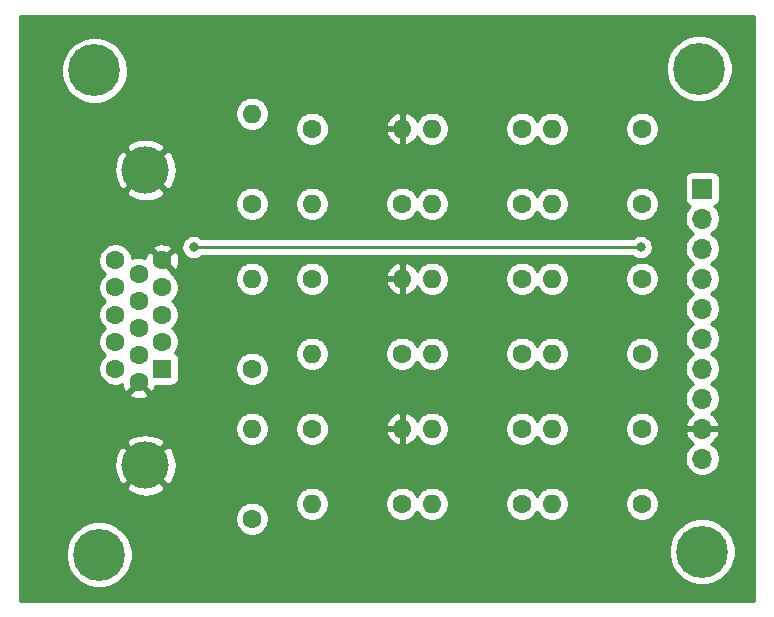
<source format=gbr>
%TF.GenerationSoftware,KiCad,Pcbnew,5.1.6+dfsg1-1*%
%TF.CreationDate,2021-01-03T21:19:59-08:00*%
%TF.ProjectId,KiCAD-VGA,4b694341-442d-4564-9741-2e6b69636164,rev?*%
%TF.SameCoordinates,Original*%
%TF.FileFunction,Copper,L1,Top*%
%TF.FilePolarity,Positive*%
%FSLAX46Y46*%
G04 Gerber Fmt 4.6, Leading zero omitted, Abs format (unit mm)*
G04 Created by KiCad (PCBNEW 5.1.6+dfsg1-1) date 2021-01-03 21:19:59*
%MOMM*%
%LPD*%
G01*
G04 APERTURE LIST*
%TA.AperFunction,ComponentPad*%
%ADD10C,4.000000*%
%TD*%
%TA.AperFunction,ComponentPad*%
%ADD11C,1.600000*%
%TD*%
%TA.AperFunction,ComponentPad*%
%ADD12R,1.600000X1.600000*%
%TD*%
%TA.AperFunction,ComponentPad*%
%ADD13C,4.400000*%
%TD*%
%TA.AperFunction,ComponentPad*%
%ADD14C,0.700000*%
%TD*%
%TA.AperFunction,ComponentPad*%
%ADD15O,1.600000X1.600000*%
%TD*%
%TA.AperFunction,ComponentPad*%
%ADD16O,1.700000X1.700000*%
%TD*%
%TA.AperFunction,ComponentPad*%
%ADD17R,1.700000X1.700000*%
%TD*%
%TA.AperFunction,ViaPad*%
%ADD18C,0.800000*%
%TD*%
%TA.AperFunction,Conductor*%
%ADD19C,0.250000*%
%TD*%
%TA.AperFunction,Conductor*%
%ADD20C,0.254000*%
%TD*%
G04 APERTURE END LIST*
D10*
%TO.P,J2,0*%
%TO.N,GNDREF*%
X135740000Y-84385000D03*
X135740000Y-59385000D03*
D11*
%TO.P,J2,15*%
%TO.N,N/C*%
X133200000Y-67040000D03*
%TO.P,J2,14*%
%TO.N,/VSync*%
X133200000Y-69330000D03*
%TO.P,J2,13*%
%TO.N,/HSync*%
X133200000Y-71620000D03*
%TO.P,J2,12*%
%TO.N,N/C*%
X133200000Y-73910000D03*
%TO.P,J2,11*%
X133200000Y-76200000D03*
%TO.P,J2,10*%
%TO.N,GNDREF*%
X135180000Y-68185000D03*
%TO.P,J2,9*%
%TO.N,N/C*%
X135180000Y-70475000D03*
%TO.P,J2,8*%
%TO.N,GNDREF*%
X135180000Y-72765000D03*
%TO.P,J2,7*%
X135180000Y-75055000D03*
%TO.P,J2,6*%
X135180000Y-77345000D03*
%TO.P,J2,5*%
X137160000Y-67040000D03*
%TO.P,J2,4*%
%TO.N,N/C*%
X137160000Y-69330000D03*
%TO.P,J2,3*%
%TO.N,Net-(J2-Pad3)*%
X137160000Y-71620000D03*
%TO.P,J2,2*%
%TO.N,Net-(J2-Pad2)*%
X137160000Y-73910000D03*
D12*
%TO.P,J2,1*%
%TO.N,Net-(J2-Pad1)*%
X137160000Y-76200000D03*
%TD*%
D13*
%TO.P,H4,1*%
%TO.N,N/C*%
X182880000Y-91694000D03*
D14*
X184530000Y-91694000D03*
X184046726Y-92860726D03*
X182880000Y-93344000D03*
X181713274Y-92860726D03*
X181230000Y-91694000D03*
X181713274Y-90527274D03*
X182880000Y-90044000D03*
X184046726Y-90527274D03*
%TD*%
%TO.P,H3,1*%
%TO.N,N/C*%
X183792726Y-49633274D03*
X182626000Y-49150000D03*
X181459274Y-49633274D03*
X180976000Y-50800000D03*
X181459274Y-51966726D03*
X182626000Y-52450000D03*
X183792726Y-51966726D03*
X184276000Y-50800000D03*
D13*
X182626000Y-50800000D03*
%TD*%
D14*
%TO.P,H2,1*%
%TO.N,N/C*%
X132992726Y-90781274D03*
X131826000Y-90298000D03*
X130659274Y-90781274D03*
X130176000Y-91948000D03*
X130659274Y-93114726D03*
X131826000Y-93598000D03*
X132992726Y-93114726D03*
X133476000Y-91948000D03*
D13*
X131826000Y-91948000D03*
%TD*%
D14*
%TO.P,H1,1*%
%TO.N,N/C*%
X132588000Y-49784000D03*
X131421274Y-49300726D03*
X130254548Y-49784000D03*
X129771274Y-50950726D03*
X130254548Y-52117452D03*
X131421274Y-52600726D03*
X132588000Y-52117452D03*
X133071274Y-50950726D03*
D13*
X131421274Y-50950726D03*
%TD*%
D15*
%TO.P,R21,2*%
%TO.N,GNDREF*%
X157480000Y-55880000D03*
D11*
%TO.P,R21,1*%
%TO.N,Net-(R20-Pad2)*%
X149860000Y-55880000D03*
%TD*%
D15*
%TO.P,R20,2*%
%TO.N,Net-(R20-Pad2)*%
X144780000Y-54610000D03*
D11*
%TO.P,R20,1*%
%TO.N,Net-(J2-Pad3)*%
X144780000Y-62230000D03*
%TD*%
D15*
%TO.P,R19,2*%
%TO.N,GNDREF*%
X157480000Y-68580000D03*
D11*
%TO.P,R19,1*%
%TO.N,Net-(R18-Pad2)*%
X149860000Y-68580000D03*
%TD*%
D15*
%TO.P,R18,2*%
%TO.N,Net-(R18-Pad2)*%
X144780000Y-68580000D03*
D11*
%TO.P,R18,1*%
%TO.N,Net-(J2-Pad2)*%
X144780000Y-76200000D03*
%TD*%
D15*
%TO.P,R17,2*%
%TO.N,GNDREF*%
X157480000Y-81280000D03*
D11*
%TO.P,R17,1*%
%TO.N,Net-(R16-Pad2)*%
X149860000Y-81280000D03*
%TD*%
D15*
%TO.P,R16,2*%
%TO.N,Net-(R16-Pad2)*%
X144780000Y-81280000D03*
D11*
%TO.P,R16,1*%
%TO.N,Net-(J2-Pad1)*%
X144780000Y-88900000D03*
%TD*%
D15*
%TO.P,R15,2*%
%TO.N,Net-(J2-Pad3)*%
X160020000Y-55880000D03*
D11*
%TO.P,R15,1*%
%TO.N,Net-(R15-Pad1)*%
X167640000Y-55880000D03*
%TD*%
D15*
%TO.P,R14,2*%
%TO.N,Net-(J2-Pad3)*%
X149860000Y-62230000D03*
D11*
%TO.P,R14,1*%
%TO.N,Net-(R14-Pad1)*%
X157480000Y-62230000D03*
%TD*%
D15*
%TO.P,R13,2*%
%TO.N,Net-(J2-Pad2)*%
X160020000Y-68580000D03*
D11*
%TO.P,R13,1*%
%TO.N,Net-(R13-Pad1)*%
X167640000Y-68580000D03*
%TD*%
D15*
%TO.P,R12,2*%
%TO.N,Net-(J2-Pad2)*%
X149860000Y-74930000D03*
D11*
%TO.P,R12,1*%
%TO.N,Net-(R12-Pad1)*%
X157480000Y-74930000D03*
%TD*%
D15*
%TO.P,R11,2*%
%TO.N,Net-(J2-Pad1)*%
X160020000Y-81280000D03*
D11*
%TO.P,R11,1*%
%TO.N,Net-(R11-Pad1)*%
X167640000Y-81280000D03*
%TD*%
D15*
%TO.P,R10,2*%
%TO.N,Net-(J2-Pad1)*%
X149860000Y-87630000D03*
D11*
%TO.P,R10,1*%
%TO.N,Net-(R10-Pad1)*%
X157480000Y-87630000D03*
%TD*%
D15*
%TO.P,R9,2*%
%TO.N,Net-(R14-Pad1)*%
X160020000Y-62230000D03*
D11*
%TO.P,R9,1*%
%TO.N,Net-(R5-Pad2)*%
X167640000Y-62230000D03*
%TD*%
D15*
%TO.P,R8,2*%
%TO.N,Net-(R12-Pad1)*%
X160020000Y-74930000D03*
D11*
%TO.P,R8,1*%
%TO.N,Net-(R3-Pad2)*%
X167640000Y-74930000D03*
%TD*%
D15*
%TO.P,R7,2*%
%TO.N,Net-(R10-Pad1)*%
X160020000Y-87630000D03*
D11*
%TO.P,R7,1*%
%TO.N,Net-(R1-Pad2)*%
X167640000Y-87630000D03*
%TD*%
D15*
%TO.P,R6,2*%
%TO.N,Net-(R15-Pad1)*%
X170180000Y-55880000D03*
D11*
%TO.P,R6,1*%
%TO.N,/B1*%
X177800000Y-55880000D03*
%TD*%
D15*
%TO.P,R5,2*%
%TO.N,Net-(R5-Pad2)*%
X170180000Y-62230000D03*
D11*
%TO.P,R5,1*%
%TO.N,/B0*%
X177800000Y-62230000D03*
%TD*%
D15*
%TO.P,R4,2*%
%TO.N,Net-(R13-Pad1)*%
X170180000Y-68580000D03*
D11*
%TO.P,R4,1*%
%TO.N,/G1*%
X177800000Y-68580000D03*
%TD*%
D15*
%TO.P,R3,2*%
%TO.N,Net-(R3-Pad2)*%
X170180000Y-74930000D03*
D11*
%TO.P,R3,1*%
%TO.N,/G0*%
X177800000Y-74930000D03*
%TD*%
D15*
%TO.P,R2,2*%
%TO.N,Net-(R11-Pad1)*%
X170180000Y-81280000D03*
D11*
%TO.P,R2,1*%
%TO.N,/R1*%
X177800000Y-81280000D03*
%TD*%
D15*
%TO.P,R1,2*%
%TO.N,Net-(R1-Pad2)*%
X170180000Y-87630000D03*
D11*
%TO.P,R1,1*%
%TO.N,/R0*%
X177800000Y-87630000D03*
%TD*%
D16*
%TO.P,J1,10*%
%TO.N,N/C*%
X182880000Y-83820000D03*
%TO.P,J1,9*%
%TO.N,GNDREF*%
X182880000Y-81280000D03*
%TO.P,J1,8*%
%TO.N,/VSync*%
X182880000Y-78740000D03*
%TO.P,J1,7*%
%TO.N,/HSync*%
X182880000Y-76200000D03*
%TO.P,J1,6*%
%TO.N,/R0*%
X182880000Y-73660000D03*
%TO.P,J1,5*%
%TO.N,/R1*%
X182880000Y-71120000D03*
%TO.P,J1,4*%
%TO.N,/G0*%
X182880000Y-68580000D03*
%TO.P,J1,3*%
%TO.N,/G1*%
X182880000Y-66040000D03*
%TO.P,J1,2*%
%TO.N,/B0*%
X182880000Y-63500000D03*
D17*
%TO.P,J1,1*%
%TO.N,/B1*%
X182880000Y-60960000D03*
%TD*%
D18*
%TO.N,GNDREF*%
X180340000Y-93980000D03*
X134620000Y-93980000D03*
X134620000Y-53340000D03*
X177800000Y-53340000D03*
%TO.N,/VSync*%
X139825001Y-65914999D03*
X177674999Y-65914999D03*
%TD*%
D19*
%TO.N,GNDREF*%
X134620000Y-85505000D02*
X135740000Y-84385000D01*
X134620000Y-58265000D02*
X135740000Y-59385000D01*
%TO.N,/VSync*%
X139825001Y-65914999D02*
X177674999Y-65914999D01*
X177674999Y-65914999D02*
X177674999Y-65914999D01*
%TD*%
D20*
%TO.N,GNDREF*%
G36*
X187300001Y-95860000D02*
G01*
X125120000Y-95860000D01*
X125120000Y-91668777D01*
X128991000Y-91668777D01*
X128991000Y-92227223D01*
X129099948Y-92774939D01*
X129313656Y-93290876D01*
X129623912Y-93755207D01*
X130018793Y-94150088D01*
X130483124Y-94460344D01*
X130999061Y-94674052D01*
X131546777Y-94783000D01*
X132105223Y-94783000D01*
X132652939Y-94674052D01*
X133168876Y-94460344D01*
X133633207Y-94150088D01*
X134028088Y-93755207D01*
X134338344Y-93290876D01*
X134552052Y-92774939D01*
X134661000Y-92227223D01*
X134661000Y-91668777D01*
X134610477Y-91414777D01*
X180045000Y-91414777D01*
X180045000Y-91973223D01*
X180153948Y-92520939D01*
X180367656Y-93036876D01*
X180677912Y-93501207D01*
X181072793Y-93896088D01*
X181537124Y-94206344D01*
X182053061Y-94420052D01*
X182600777Y-94529000D01*
X183159223Y-94529000D01*
X183706939Y-94420052D01*
X184222876Y-94206344D01*
X184687207Y-93896088D01*
X185082088Y-93501207D01*
X185392344Y-93036876D01*
X185606052Y-92520939D01*
X185715000Y-91973223D01*
X185715000Y-91414777D01*
X185606052Y-90867061D01*
X185392344Y-90351124D01*
X185082088Y-89886793D01*
X184687207Y-89491912D01*
X184222876Y-89181656D01*
X183706939Y-88967948D01*
X183159223Y-88859000D01*
X182600777Y-88859000D01*
X182053061Y-88967948D01*
X181537124Y-89181656D01*
X181072793Y-89491912D01*
X180677912Y-89886793D01*
X180367656Y-90351124D01*
X180153948Y-90867061D01*
X180045000Y-91414777D01*
X134610477Y-91414777D01*
X134552052Y-91121061D01*
X134338344Y-90605124D01*
X134028088Y-90140793D01*
X133633207Y-89745912D01*
X133168876Y-89435656D01*
X132652939Y-89221948D01*
X132105223Y-89113000D01*
X131546777Y-89113000D01*
X130999061Y-89221948D01*
X130483124Y-89435656D01*
X130018793Y-89745912D01*
X129623912Y-90140793D01*
X129313656Y-90605124D01*
X129099948Y-91121061D01*
X128991000Y-91668777D01*
X125120000Y-91668777D01*
X125120000Y-88758665D01*
X143345000Y-88758665D01*
X143345000Y-89041335D01*
X143400147Y-89318574D01*
X143508320Y-89579727D01*
X143665363Y-89814759D01*
X143865241Y-90014637D01*
X144100273Y-90171680D01*
X144361426Y-90279853D01*
X144638665Y-90335000D01*
X144921335Y-90335000D01*
X145198574Y-90279853D01*
X145459727Y-90171680D01*
X145694759Y-90014637D01*
X145894637Y-89814759D01*
X146051680Y-89579727D01*
X146159853Y-89318574D01*
X146215000Y-89041335D01*
X146215000Y-88758665D01*
X146159853Y-88481426D01*
X146051680Y-88220273D01*
X145894637Y-87985241D01*
X145694759Y-87785363D01*
X145459727Y-87628320D01*
X145198574Y-87520147D01*
X145040306Y-87488665D01*
X148425000Y-87488665D01*
X148425000Y-87771335D01*
X148480147Y-88048574D01*
X148588320Y-88309727D01*
X148745363Y-88544759D01*
X148945241Y-88744637D01*
X149180273Y-88901680D01*
X149441426Y-89009853D01*
X149718665Y-89065000D01*
X150001335Y-89065000D01*
X150278574Y-89009853D01*
X150539727Y-88901680D01*
X150774759Y-88744637D01*
X150974637Y-88544759D01*
X151131680Y-88309727D01*
X151239853Y-88048574D01*
X151295000Y-87771335D01*
X151295000Y-87488665D01*
X156045000Y-87488665D01*
X156045000Y-87771335D01*
X156100147Y-88048574D01*
X156208320Y-88309727D01*
X156365363Y-88544759D01*
X156565241Y-88744637D01*
X156800273Y-88901680D01*
X157061426Y-89009853D01*
X157338665Y-89065000D01*
X157621335Y-89065000D01*
X157898574Y-89009853D01*
X158159727Y-88901680D01*
X158394759Y-88744637D01*
X158594637Y-88544759D01*
X158750000Y-88312241D01*
X158905363Y-88544759D01*
X159105241Y-88744637D01*
X159340273Y-88901680D01*
X159601426Y-89009853D01*
X159878665Y-89065000D01*
X160161335Y-89065000D01*
X160438574Y-89009853D01*
X160699727Y-88901680D01*
X160934759Y-88744637D01*
X161134637Y-88544759D01*
X161291680Y-88309727D01*
X161399853Y-88048574D01*
X161455000Y-87771335D01*
X161455000Y-87488665D01*
X166205000Y-87488665D01*
X166205000Y-87771335D01*
X166260147Y-88048574D01*
X166368320Y-88309727D01*
X166525363Y-88544759D01*
X166725241Y-88744637D01*
X166960273Y-88901680D01*
X167221426Y-89009853D01*
X167498665Y-89065000D01*
X167781335Y-89065000D01*
X168058574Y-89009853D01*
X168319727Y-88901680D01*
X168554759Y-88744637D01*
X168754637Y-88544759D01*
X168910000Y-88312241D01*
X169065363Y-88544759D01*
X169265241Y-88744637D01*
X169500273Y-88901680D01*
X169761426Y-89009853D01*
X170038665Y-89065000D01*
X170321335Y-89065000D01*
X170598574Y-89009853D01*
X170859727Y-88901680D01*
X171094759Y-88744637D01*
X171294637Y-88544759D01*
X171451680Y-88309727D01*
X171559853Y-88048574D01*
X171615000Y-87771335D01*
X171615000Y-87488665D01*
X176365000Y-87488665D01*
X176365000Y-87771335D01*
X176420147Y-88048574D01*
X176528320Y-88309727D01*
X176685363Y-88544759D01*
X176885241Y-88744637D01*
X177120273Y-88901680D01*
X177381426Y-89009853D01*
X177658665Y-89065000D01*
X177941335Y-89065000D01*
X178218574Y-89009853D01*
X178479727Y-88901680D01*
X178714759Y-88744637D01*
X178914637Y-88544759D01*
X179071680Y-88309727D01*
X179179853Y-88048574D01*
X179235000Y-87771335D01*
X179235000Y-87488665D01*
X179179853Y-87211426D01*
X179071680Y-86950273D01*
X178914637Y-86715241D01*
X178714759Y-86515363D01*
X178479727Y-86358320D01*
X178218574Y-86250147D01*
X177941335Y-86195000D01*
X177658665Y-86195000D01*
X177381426Y-86250147D01*
X177120273Y-86358320D01*
X176885241Y-86515363D01*
X176685363Y-86715241D01*
X176528320Y-86950273D01*
X176420147Y-87211426D01*
X176365000Y-87488665D01*
X171615000Y-87488665D01*
X171559853Y-87211426D01*
X171451680Y-86950273D01*
X171294637Y-86715241D01*
X171094759Y-86515363D01*
X170859727Y-86358320D01*
X170598574Y-86250147D01*
X170321335Y-86195000D01*
X170038665Y-86195000D01*
X169761426Y-86250147D01*
X169500273Y-86358320D01*
X169265241Y-86515363D01*
X169065363Y-86715241D01*
X168910000Y-86947759D01*
X168754637Y-86715241D01*
X168554759Y-86515363D01*
X168319727Y-86358320D01*
X168058574Y-86250147D01*
X167781335Y-86195000D01*
X167498665Y-86195000D01*
X167221426Y-86250147D01*
X166960273Y-86358320D01*
X166725241Y-86515363D01*
X166525363Y-86715241D01*
X166368320Y-86950273D01*
X166260147Y-87211426D01*
X166205000Y-87488665D01*
X161455000Y-87488665D01*
X161399853Y-87211426D01*
X161291680Y-86950273D01*
X161134637Y-86715241D01*
X160934759Y-86515363D01*
X160699727Y-86358320D01*
X160438574Y-86250147D01*
X160161335Y-86195000D01*
X159878665Y-86195000D01*
X159601426Y-86250147D01*
X159340273Y-86358320D01*
X159105241Y-86515363D01*
X158905363Y-86715241D01*
X158750000Y-86947759D01*
X158594637Y-86715241D01*
X158394759Y-86515363D01*
X158159727Y-86358320D01*
X157898574Y-86250147D01*
X157621335Y-86195000D01*
X157338665Y-86195000D01*
X157061426Y-86250147D01*
X156800273Y-86358320D01*
X156565241Y-86515363D01*
X156365363Y-86715241D01*
X156208320Y-86950273D01*
X156100147Y-87211426D01*
X156045000Y-87488665D01*
X151295000Y-87488665D01*
X151239853Y-87211426D01*
X151131680Y-86950273D01*
X150974637Y-86715241D01*
X150774759Y-86515363D01*
X150539727Y-86358320D01*
X150278574Y-86250147D01*
X150001335Y-86195000D01*
X149718665Y-86195000D01*
X149441426Y-86250147D01*
X149180273Y-86358320D01*
X148945241Y-86515363D01*
X148745363Y-86715241D01*
X148588320Y-86950273D01*
X148480147Y-87211426D01*
X148425000Y-87488665D01*
X145040306Y-87488665D01*
X144921335Y-87465000D01*
X144638665Y-87465000D01*
X144361426Y-87520147D01*
X144100273Y-87628320D01*
X143865241Y-87785363D01*
X143665363Y-87985241D01*
X143508320Y-88220273D01*
X143400147Y-88481426D01*
X143345000Y-88758665D01*
X125120000Y-88758665D01*
X125120000Y-86232499D01*
X134072106Y-86232499D01*
X134288228Y-86599258D01*
X134748105Y-86839938D01*
X135246098Y-86986275D01*
X135763071Y-87032648D01*
X136279159Y-86977273D01*
X136774526Y-86822279D01*
X137191772Y-86599258D01*
X137407894Y-86232499D01*
X135740000Y-84564605D01*
X134072106Y-86232499D01*
X125120000Y-86232499D01*
X125120000Y-84408071D01*
X133092352Y-84408071D01*
X133147727Y-84924159D01*
X133302721Y-85419526D01*
X133525742Y-85836772D01*
X133892501Y-86052894D01*
X135560395Y-84385000D01*
X135919605Y-84385000D01*
X137587499Y-86052894D01*
X137954258Y-85836772D01*
X138194938Y-85376895D01*
X138341275Y-84878902D01*
X138387648Y-84361929D01*
X138332273Y-83845841D01*
X138278425Y-83673740D01*
X181395000Y-83673740D01*
X181395000Y-83966260D01*
X181452068Y-84253158D01*
X181564010Y-84523411D01*
X181726525Y-84766632D01*
X181933368Y-84973475D01*
X182176589Y-85135990D01*
X182446842Y-85247932D01*
X182733740Y-85305000D01*
X183026260Y-85305000D01*
X183313158Y-85247932D01*
X183583411Y-85135990D01*
X183826632Y-84973475D01*
X184033475Y-84766632D01*
X184195990Y-84523411D01*
X184307932Y-84253158D01*
X184365000Y-83966260D01*
X184365000Y-83673740D01*
X184307932Y-83386842D01*
X184195990Y-83116589D01*
X184033475Y-82873368D01*
X183826632Y-82666525D01*
X183644466Y-82544805D01*
X183761355Y-82475178D01*
X183977588Y-82280269D01*
X184151641Y-82046920D01*
X184276825Y-81784099D01*
X184321476Y-81636890D01*
X184200155Y-81407000D01*
X183007000Y-81407000D01*
X183007000Y-81427000D01*
X182753000Y-81427000D01*
X182753000Y-81407000D01*
X181559845Y-81407000D01*
X181438524Y-81636890D01*
X181483175Y-81784099D01*
X181608359Y-82046920D01*
X181782412Y-82280269D01*
X181998645Y-82475178D01*
X182115534Y-82544805D01*
X181933368Y-82666525D01*
X181726525Y-82873368D01*
X181564010Y-83116589D01*
X181452068Y-83386842D01*
X181395000Y-83673740D01*
X138278425Y-83673740D01*
X138177279Y-83350474D01*
X137954258Y-82933228D01*
X137587499Y-82717106D01*
X135919605Y-84385000D01*
X135560395Y-84385000D01*
X133892501Y-82717106D01*
X133525742Y-82933228D01*
X133285062Y-83393105D01*
X133138725Y-83891098D01*
X133092352Y-84408071D01*
X125120000Y-84408071D01*
X125120000Y-82537501D01*
X134072106Y-82537501D01*
X135740000Y-84205395D01*
X137407894Y-82537501D01*
X137191772Y-82170742D01*
X136731895Y-81930062D01*
X136233902Y-81783725D01*
X135716929Y-81737352D01*
X135200841Y-81792727D01*
X134705474Y-81947721D01*
X134288228Y-82170742D01*
X134072106Y-82537501D01*
X125120000Y-82537501D01*
X125120000Y-81138665D01*
X143345000Y-81138665D01*
X143345000Y-81421335D01*
X143400147Y-81698574D01*
X143508320Y-81959727D01*
X143665363Y-82194759D01*
X143865241Y-82394637D01*
X144100273Y-82551680D01*
X144361426Y-82659853D01*
X144638665Y-82715000D01*
X144921335Y-82715000D01*
X145198574Y-82659853D01*
X145459727Y-82551680D01*
X145694759Y-82394637D01*
X145894637Y-82194759D01*
X146051680Y-81959727D01*
X146159853Y-81698574D01*
X146215000Y-81421335D01*
X146215000Y-81138665D01*
X148425000Y-81138665D01*
X148425000Y-81421335D01*
X148480147Y-81698574D01*
X148588320Y-81959727D01*
X148745363Y-82194759D01*
X148945241Y-82394637D01*
X149180273Y-82551680D01*
X149441426Y-82659853D01*
X149718665Y-82715000D01*
X150001335Y-82715000D01*
X150278574Y-82659853D01*
X150539727Y-82551680D01*
X150774759Y-82394637D01*
X150974637Y-82194759D01*
X151131680Y-81959727D01*
X151239853Y-81698574D01*
X151253684Y-81629039D01*
X156088096Y-81629039D01*
X156128754Y-81763087D01*
X156248963Y-82017420D01*
X156416481Y-82243414D01*
X156624869Y-82432385D01*
X156866119Y-82577070D01*
X157130960Y-82671909D01*
X157353000Y-82550624D01*
X157353000Y-81407000D01*
X156210085Y-81407000D01*
X156088096Y-81629039D01*
X151253684Y-81629039D01*
X151295000Y-81421335D01*
X151295000Y-81138665D01*
X151253685Y-80930961D01*
X156088096Y-80930961D01*
X156210085Y-81153000D01*
X157353000Y-81153000D01*
X157353000Y-80009376D01*
X157607000Y-80009376D01*
X157607000Y-81153000D01*
X157627000Y-81153000D01*
X157627000Y-81407000D01*
X157607000Y-81407000D01*
X157607000Y-82550624D01*
X157829040Y-82671909D01*
X158093881Y-82577070D01*
X158335131Y-82432385D01*
X158543519Y-82243414D01*
X158711037Y-82017420D01*
X158743643Y-81948435D01*
X158748320Y-81959727D01*
X158905363Y-82194759D01*
X159105241Y-82394637D01*
X159340273Y-82551680D01*
X159601426Y-82659853D01*
X159878665Y-82715000D01*
X160161335Y-82715000D01*
X160438574Y-82659853D01*
X160699727Y-82551680D01*
X160934759Y-82394637D01*
X161134637Y-82194759D01*
X161291680Y-81959727D01*
X161399853Y-81698574D01*
X161455000Y-81421335D01*
X161455000Y-81138665D01*
X166205000Y-81138665D01*
X166205000Y-81421335D01*
X166260147Y-81698574D01*
X166368320Y-81959727D01*
X166525363Y-82194759D01*
X166725241Y-82394637D01*
X166960273Y-82551680D01*
X167221426Y-82659853D01*
X167498665Y-82715000D01*
X167781335Y-82715000D01*
X168058574Y-82659853D01*
X168319727Y-82551680D01*
X168554759Y-82394637D01*
X168754637Y-82194759D01*
X168910000Y-81962241D01*
X169065363Y-82194759D01*
X169265241Y-82394637D01*
X169500273Y-82551680D01*
X169761426Y-82659853D01*
X170038665Y-82715000D01*
X170321335Y-82715000D01*
X170598574Y-82659853D01*
X170859727Y-82551680D01*
X171094759Y-82394637D01*
X171294637Y-82194759D01*
X171451680Y-81959727D01*
X171559853Y-81698574D01*
X171615000Y-81421335D01*
X171615000Y-81138665D01*
X176365000Y-81138665D01*
X176365000Y-81421335D01*
X176420147Y-81698574D01*
X176528320Y-81959727D01*
X176685363Y-82194759D01*
X176885241Y-82394637D01*
X177120273Y-82551680D01*
X177381426Y-82659853D01*
X177658665Y-82715000D01*
X177941335Y-82715000D01*
X178218574Y-82659853D01*
X178479727Y-82551680D01*
X178714759Y-82394637D01*
X178914637Y-82194759D01*
X179071680Y-81959727D01*
X179179853Y-81698574D01*
X179235000Y-81421335D01*
X179235000Y-81138665D01*
X179179853Y-80861426D01*
X179071680Y-80600273D01*
X178914637Y-80365241D01*
X178714759Y-80165363D01*
X178479727Y-80008320D01*
X178218574Y-79900147D01*
X177941335Y-79845000D01*
X177658665Y-79845000D01*
X177381426Y-79900147D01*
X177120273Y-80008320D01*
X176885241Y-80165363D01*
X176685363Y-80365241D01*
X176528320Y-80600273D01*
X176420147Y-80861426D01*
X176365000Y-81138665D01*
X171615000Y-81138665D01*
X171559853Y-80861426D01*
X171451680Y-80600273D01*
X171294637Y-80365241D01*
X171094759Y-80165363D01*
X170859727Y-80008320D01*
X170598574Y-79900147D01*
X170321335Y-79845000D01*
X170038665Y-79845000D01*
X169761426Y-79900147D01*
X169500273Y-80008320D01*
X169265241Y-80165363D01*
X169065363Y-80365241D01*
X168910000Y-80597759D01*
X168754637Y-80365241D01*
X168554759Y-80165363D01*
X168319727Y-80008320D01*
X168058574Y-79900147D01*
X167781335Y-79845000D01*
X167498665Y-79845000D01*
X167221426Y-79900147D01*
X166960273Y-80008320D01*
X166725241Y-80165363D01*
X166525363Y-80365241D01*
X166368320Y-80600273D01*
X166260147Y-80861426D01*
X166205000Y-81138665D01*
X161455000Y-81138665D01*
X161399853Y-80861426D01*
X161291680Y-80600273D01*
X161134637Y-80365241D01*
X160934759Y-80165363D01*
X160699727Y-80008320D01*
X160438574Y-79900147D01*
X160161335Y-79845000D01*
X159878665Y-79845000D01*
X159601426Y-79900147D01*
X159340273Y-80008320D01*
X159105241Y-80165363D01*
X158905363Y-80365241D01*
X158748320Y-80600273D01*
X158743643Y-80611565D01*
X158711037Y-80542580D01*
X158543519Y-80316586D01*
X158335131Y-80127615D01*
X158093881Y-79982930D01*
X157829040Y-79888091D01*
X157607000Y-80009376D01*
X157353000Y-80009376D01*
X157130960Y-79888091D01*
X156866119Y-79982930D01*
X156624869Y-80127615D01*
X156416481Y-80316586D01*
X156248963Y-80542580D01*
X156128754Y-80796913D01*
X156088096Y-80930961D01*
X151253685Y-80930961D01*
X151239853Y-80861426D01*
X151131680Y-80600273D01*
X150974637Y-80365241D01*
X150774759Y-80165363D01*
X150539727Y-80008320D01*
X150278574Y-79900147D01*
X150001335Y-79845000D01*
X149718665Y-79845000D01*
X149441426Y-79900147D01*
X149180273Y-80008320D01*
X148945241Y-80165363D01*
X148745363Y-80365241D01*
X148588320Y-80600273D01*
X148480147Y-80861426D01*
X148425000Y-81138665D01*
X146215000Y-81138665D01*
X146159853Y-80861426D01*
X146051680Y-80600273D01*
X145894637Y-80365241D01*
X145694759Y-80165363D01*
X145459727Y-80008320D01*
X145198574Y-79900147D01*
X144921335Y-79845000D01*
X144638665Y-79845000D01*
X144361426Y-79900147D01*
X144100273Y-80008320D01*
X143865241Y-80165363D01*
X143665363Y-80365241D01*
X143508320Y-80600273D01*
X143400147Y-80861426D01*
X143345000Y-81138665D01*
X125120000Y-81138665D01*
X125120000Y-78337702D01*
X134366903Y-78337702D01*
X134438486Y-78581671D01*
X134693996Y-78702571D01*
X134968184Y-78771300D01*
X135250512Y-78785217D01*
X135530130Y-78743787D01*
X135796292Y-78648603D01*
X135921514Y-78581671D01*
X135993097Y-78337702D01*
X135180000Y-77524605D01*
X134366903Y-78337702D01*
X125120000Y-78337702D01*
X125120000Y-66898665D01*
X131765000Y-66898665D01*
X131765000Y-67181335D01*
X131820147Y-67458574D01*
X131928320Y-67719727D01*
X132085363Y-67954759D01*
X132285241Y-68154637D01*
X132330683Y-68185000D01*
X132285241Y-68215363D01*
X132085363Y-68415241D01*
X131928320Y-68650273D01*
X131820147Y-68911426D01*
X131765000Y-69188665D01*
X131765000Y-69471335D01*
X131820147Y-69748574D01*
X131928320Y-70009727D01*
X132085363Y-70244759D01*
X132285241Y-70444637D01*
X132330683Y-70475000D01*
X132285241Y-70505363D01*
X132085363Y-70705241D01*
X131928320Y-70940273D01*
X131820147Y-71201426D01*
X131765000Y-71478665D01*
X131765000Y-71761335D01*
X131820147Y-72038574D01*
X131928320Y-72299727D01*
X132085363Y-72534759D01*
X132285241Y-72734637D01*
X132330683Y-72765000D01*
X132285241Y-72795363D01*
X132085363Y-72995241D01*
X131928320Y-73230273D01*
X131820147Y-73491426D01*
X131765000Y-73768665D01*
X131765000Y-74051335D01*
X131820147Y-74328574D01*
X131928320Y-74589727D01*
X132085363Y-74824759D01*
X132285241Y-75024637D01*
X132330683Y-75055000D01*
X132285241Y-75085363D01*
X132085363Y-75285241D01*
X131928320Y-75520273D01*
X131820147Y-75781426D01*
X131765000Y-76058665D01*
X131765000Y-76341335D01*
X131820147Y-76618574D01*
X131928320Y-76879727D01*
X132085363Y-77114759D01*
X132285241Y-77314637D01*
X132520273Y-77471680D01*
X132781426Y-77579853D01*
X133058665Y-77635000D01*
X133341335Y-77635000D01*
X133618574Y-77579853D01*
X133755716Y-77523047D01*
X133781213Y-77695130D01*
X133876397Y-77961292D01*
X133943329Y-78086514D01*
X134187298Y-78158097D01*
X135000395Y-77345000D01*
X134986253Y-77330858D01*
X135165858Y-77151253D01*
X135180000Y-77165395D01*
X135194143Y-77151253D01*
X135373748Y-77330858D01*
X135359605Y-77345000D01*
X136172702Y-78158097D01*
X136416671Y-78086514D01*
X136537571Y-77831004D01*
X136585932Y-77638072D01*
X137960000Y-77638072D01*
X138084482Y-77625812D01*
X138204180Y-77589502D01*
X138314494Y-77530537D01*
X138411185Y-77451185D01*
X138490537Y-77354494D01*
X138549502Y-77244180D01*
X138585812Y-77124482D01*
X138598072Y-77000000D01*
X138598072Y-76058665D01*
X143345000Y-76058665D01*
X143345000Y-76341335D01*
X143400147Y-76618574D01*
X143508320Y-76879727D01*
X143665363Y-77114759D01*
X143865241Y-77314637D01*
X144100273Y-77471680D01*
X144361426Y-77579853D01*
X144638665Y-77635000D01*
X144921335Y-77635000D01*
X145198574Y-77579853D01*
X145459727Y-77471680D01*
X145694759Y-77314637D01*
X145894637Y-77114759D01*
X146051680Y-76879727D01*
X146159853Y-76618574D01*
X146215000Y-76341335D01*
X146215000Y-76058665D01*
X146159853Y-75781426D01*
X146051680Y-75520273D01*
X145894637Y-75285241D01*
X145694759Y-75085363D01*
X145459727Y-74928320D01*
X145198574Y-74820147D01*
X145040306Y-74788665D01*
X148425000Y-74788665D01*
X148425000Y-75071335D01*
X148480147Y-75348574D01*
X148588320Y-75609727D01*
X148745363Y-75844759D01*
X148945241Y-76044637D01*
X149180273Y-76201680D01*
X149441426Y-76309853D01*
X149718665Y-76365000D01*
X150001335Y-76365000D01*
X150278574Y-76309853D01*
X150539727Y-76201680D01*
X150774759Y-76044637D01*
X150974637Y-75844759D01*
X151131680Y-75609727D01*
X151239853Y-75348574D01*
X151295000Y-75071335D01*
X151295000Y-74788665D01*
X156045000Y-74788665D01*
X156045000Y-75071335D01*
X156100147Y-75348574D01*
X156208320Y-75609727D01*
X156365363Y-75844759D01*
X156565241Y-76044637D01*
X156800273Y-76201680D01*
X157061426Y-76309853D01*
X157338665Y-76365000D01*
X157621335Y-76365000D01*
X157898574Y-76309853D01*
X158159727Y-76201680D01*
X158394759Y-76044637D01*
X158594637Y-75844759D01*
X158750000Y-75612241D01*
X158905363Y-75844759D01*
X159105241Y-76044637D01*
X159340273Y-76201680D01*
X159601426Y-76309853D01*
X159878665Y-76365000D01*
X160161335Y-76365000D01*
X160438574Y-76309853D01*
X160699727Y-76201680D01*
X160934759Y-76044637D01*
X161134637Y-75844759D01*
X161291680Y-75609727D01*
X161399853Y-75348574D01*
X161455000Y-75071335D01*
X161455000Y-74788665D01*
X166205000Y-74788665D01*
X166205000Y-75071335D01*
X166260147Y-75348574D01*
X166368320Y-75609727D01*
X166525363Y-75844759D01*
X166725241Y-76044637D01*
X166960273Y-76201680D01*
X167221426Y-76309853D01*
X167498665Y-76365000D01*
X167781335Y-76365000D01*
X168058574Y-76309853D01*
X168319727Y-76201680D01*
X168554759Y-76044637D01*
X168754637Y-75844759D01*
X168910000Y-75612241D01*
X169065363Y-75844759D01*
X169265241Y-76044637D01*
X169500273Y-76201680D01*
X169761426Y-76309853D01*
X170038665Y-76365000D01*
X170321335Y-76365000D01*
X170598574Y-76309853D01*
X170859727Y-76201680D01*
X171094759Y-76044637D01*
X171294637Y-75844759D01*
X171451680Y-75609727D01*
X171559853Y-75348574D01*
X171615000Y-75071335D01*
X171615000Y-74788665D01*
X176365000Y-74788665D01*
X176365000Y-75071335D01*
X176420147Y-75348574D01*
X176528320Y-75609727D01*
X176685363Y-75844759D01*
X176885241Y-76044637D01*
X177120273Y-76201680D01*
X177381426Y-76309853D01*
X177658665Y-76365000D01*
X177941335Y-76365000D01*
X178218574Y-76309853D01*
X178479727Y-76201680D01*
X178714759Y-76044637D01*
X178914637Y-75844759D01*
X179071680Y-75609727D01*
X179179853Y-75348574D01*
X179235000Y-75071335D01*
X179235000Y-74788665D01*
X179179853Y-74511426D01*
X179071680Y-74250273D01*
X178914637Y-74015241D01*
X178714759Y-73815363D01*
X178479727Y-73658320D01*
X178218574Y-73550147D01*
X177941335Y-73495000D01*
X177658665Y-73495000D01*
X177381426Y-73550147D01*
X177120273Y-73658320D01*
X176885241Y-73815363D01*
X176685363Y-74015241D01*
X176528320Y-74250273D01*
X176420147Y-74511426D01*
X176365000Y-74788665D01*
X171615000Y-74788665D01*
X171559853Y-74511426D01*
X171451680Y-74250273D01*
X171294637Y-74015241D01*
X171094759Y-73815363D01*
X170859727Y-73658320D01*
X170598574Y-73550147D01*
X170321335Y-73495000D01*
X170038665Y-73495000D01*
X169761426Y-73550147D01*
X169500273Y-73658320D01*
X169265241Y-73815363D01*
X169065363Y-74015241D01*
X168910000Y-74247759D01*
X168754637Y-74015241D01*
X168554759Y-73815363D01*
X168319727Y-73658320D01*
X168058574Y-73550147D01*
X167781335Y-73495000D01*
X167498665Y-73495000D01*
X167221426Y-73550147D01*
X166960273Y-73658320D01*
X166725241Y-73815363D01*
X166525363Y-74015241D01*
X166368320Y-74250273D01*
X166260147Y-74511426D01*
X166205000Y-74788665D01*
X161455000Y-74788665D01*
X161399853Y-74511426D01*
X161291680Y-74250273D01*
X161134637Y-74015241D01*
X160934759Y-73815363D01*
X160699727Y-73658320D01*
X160438574Y-73550147D01*
X160161335Y-73495000D01*
X159878665Y-73495000D01*
X159601426Y-73550147D01*
X159340273Y-73658320D01*
X159105241Y-73815363D01*
X158905363Y-74015241D01*
X158750000Y-74247759D01*
X158594637Y-74015241D01*
X158394759Y-73815363D01*
X158159727Y-73658320D01*
X157898574Y-73550147D01*
X157621335Y-73495000D01*
X157338665Y-73495000D01*
X157061426Y-73550147D01*
X156800273Y-73658320D01*
X156565241Y-73815363D01*
X156365363Y-74015241D01*
X156208320Y-74250273D01*
X156100147Y-74511426D01*
X156045000Y-74788665D01*
X151295000Y-74788665D01*
X151239853Y-74511426D01*
X151131680Y-74250273D01*
X150974637Y-74015241D01*
X150774759Y-73815363D01*
X150539727Y-73658320D01*
X150278574Y-73550147D01*
X150001335Y-73495000D01*
X149718665Y-73495000D01*
X149441426Y-73550147D01*
X149180273Y-73658320D01*
X148945241Y-73815363D01*
X148745363Y-74015241D01*
X148588320Y-74250273D01*
X148480147Y-74511426D01*
X148425000Y-74788665D01*
X145040306Y-74788665D01*
X144921335Y-74765000D01*
X144638665Y-74765000D01*
X144361426Y-74820147D01*
X144100273Y-74928320D01*
X143865241Y-75085363D01*
X143665363Y-75285241D01*
X143508320Y-75520273D01*
X143400147Y-75781426D01*
X143345000Y-76058665D01*
X138598072Y-76058665D01*
X138598072Y-75400000D01*
X138585812Y-75275518D01*
X138549502Y-75155820D01*
X138490537Y-75045506D01*
X138411185Y-74948815D01*
X138314494Y-74869463D01*
X138259388Y-74840008D01*
X138274637Y-74824759D01*
X138431680Y-74589727D01*
X138539853Y-74328574D01*
X138595000Y-74051335D01*
X138595000Y-73768665D01*
X138539853Y-73491426D01*
X138431680Y-73230273D01*
X138274637Y-72995241D01*
X138074759Y-72795363D01*
X138029317Y-72765000D01*
X138074759Y-72734637D01*
X138274637Y-72534759D01*
X138431680Y-72299727D01*
X138539853Y-72038574D01*
X138595000Y-71761335D01*
X138595000Y-71478665D01*
X138539853Y-71201426D01*
X138431680Y-70940273D01*
X138274637Y-70705241D01*
X138074759Y-70505363D01*
X138029317Y-70475000D01*
X138074759Y-70444637D01*
X138274637Y-70244759D01*
X138431680Y-70009727D01*
X138539853Y-69748574D01*
X138595000Y-69471335D01*
X138595000Y-69188665D01*
X138539853Y-68911426D01*
X138431680Y-68650273D01*
X138290289Y-68438665D01*
X143345000Y-68438665D01*
X143345000Y-68721335D01*
X143400147Y-68998574D01*
X143508320Y-69259727D01*
X143665363Y-69494759D01*
X143865241Y-69694637D01*
X144100273Y-69851680D01*
X144361426Y-69959853D01*
X144638665Y-70015000D01*
X144921335Y-70015000D01*
X145198574Y-69959853D01*
X145459727Y-69851680D01*
X145694759Y-69694637D01*
X145894637Y-69494759D01*
X146051680Y-69259727D01*
X146159853Y-68998574D01*
X146215000Y-68721335D01*
X146215000Y-68438665D01*
X148425000Y-68438665D01*
X148425000Y-68721335D01*
X148480147Y-68998574D01*
X148588320Y-69259727D01*
X148745363Y-69494759D01*
X148945241Y-69694637D01*
X149180273Y-69851680D01*
X149441426Y-69959853D01*
X149718665Y-70015000D01*
X150001335Y-70015000D01*
X150278574Y-69959853D01*
X150539727Y-69851680D01*
X150774759Y-69694637D01*
X150974637Y-69494759D01*
X151131680Y-69259727D01*
X151239853Y-68998574D01*
X151253684Y-68929039D01*
X156088096Y-68929039D01*
X156128754Y-69063087D01*
X156248963Y-69317420D01*
X156416481Y-69543414D01*
X156624869Y-69732385D01*
X156866119Y-69877070D01*
X157130960Y-69971909D01*
X157353000Y-69850624D01*
X157353000Y-68707000D01*
X156210085Y-68707000D01*
X156088096Y-68929039D01*
X151253684Y-68929039D01*
X151295000Y-68721335D01*
X151295000Y-68438665D01*
X151253685Y-68230961D01*
X156088096Y-68230961D01*
X156210085Y-68453000D01*
X157353000Y-68453000D01*
X157353000Y-67309376D01*
X157607000Y-67309376D01*
X157607000Y-68453000D01*
X157627000Y-68453000D01*
X157627000Y-68707000D01*
X157607000Y-68707000D01*
X157607000Y-69850624D01*
X157829040Y-69971909D01*
X158093881Y-69877070D01*
X158335131Y-69732385D01*
X158543519Y-69543414D01*
X158711037Y-69317420D01*
X158743643Y-69248435D01*
X158748320Y-69259727D01*
X158905363Y-69494759D01*
X159105241Y-69694637D01*
X159340273Y-69851680D01*
X159601426Y-69959853D01*
X159878665Y-70015000D01*
X160161335Y-70015000D01*
X160438574Y-69959853D01*
X160699727Y-69851680D01*
X160934759Y-69694637D01*
X161134637Y-69494759D01*
X161291680Y-69259727D01*
X161399853Y-68998574D01*
X161455000Y-68721335D01*
X161455000Y-68438665D01*
X166205000Y-68438665D01*
X166205000Y-68721335D01*
X166260147Y-68998574D01*
X166368320Y-69259727D01*
X166525363Y-69494759D01*
X166725241Y-69694637D01*
X166960273Y-69851680D01*
X167221426Y-69959853D01*
X167498665Y-70015000D01*
X167781335Y-70015000D01*
X168058574Y-69959853D01*
X168319727Y-69851680D01*
X168554759Y-69694637D01*
X168754637Y-69494759D01*
X168910000Y-69262241D01*
X169065363Y-69494759D01*
X169265241Y-69694637D01*
X169500273Y-69851680D01*
X169761426Y-69959853D01*
X170038665Y-70015000D01*
X170321335Y-70015000D01*
X170598574Y-69959853D01*
X170859727Y-69851680D01*
X171094759Y-69694637D01*
X171294637Y-69494759D01*
X171451680Y-69259727D01*
X171559853Y-68998574D01*
X171615000Y-68721335D01*
X171615000Y-68438665D01*
X176365000Y-68438665D01*
X176365000Y-68721335D01*
X176420147Y-68998574D01*
X176528320Y-69259727D01*
X176685363Y-69494759D01*
X176885241Y-69694637D01*
X177120273Y-69851680D01*
X177381426Y-69959853D01*
X177658665Y-70015000D01*
X177941335Y-70015000D01*
X178218574Y-69959853D01*
X178479727Y-69851680D01*
X178714759Y-69694637D01*
X178914637Y-69494759D01*
X179071680Y-69259727D01*
X179179853Y-68998574D01*
X179235000Y-68721335D01*
X179235000Y-68438665D01*
X179179853Y-68161426D01*
X179071680Y-67900273D01*
X178914637Y-67665241D01*
X178714759Y-67465363D01*
X178479727Y-67308320D01*
X178218574Y-67200147D01*
X177941335Y-67145000D01*
X177658665Y-67145000D01*
X177381426Y-67200147D01*
X177120273Y-67308320D01*
X176885241Y-67465363D01*
X176685363Y-67665241D01*
X176528320Y-67900273D01*
X176420147Y-68161426D01*
X176365000Y-68438665D01*
X171615000Y-68438665D01*
X171559853Y-68161426D01*
X171451680Y-67900273D01*
X171294637Y-67665241D01*
X171094759Y-67465363D01*
X170859727Y-67308320D01*
X170598574Y-67200147D01*
X170321335Y-67145000D01*
X170038665Y-67145000D01*
X169761426Y-67200147D01*
X169500273Y-67308320D01*
X169265241Y-67465363D01*
X169065363Y-67665241D01*
X168910000Y-67897759D01*
X168754637Y-67665241D01*
X168554759Y-67465363D01*
X168319727Y-67308320D01*
X168058574Y-67200147D01*
X167781335Y-67145000D01*
X167498665Y-67145000D01*
X167221426Y-67200147D01*
X166960273Y-67308320D01*
X166725241Y-67465363D01*
X166525363Y-67665241D01*
X166368320Y-67900273D01*
X166260147Y-68161426D01*
X166205000Y-68438665D01*
X161455000Y-68438665D01*
X161399853Y-68161426D01*
X161291680Y-67900273D01*
X161134637Y-67665241D01*
X160934759Y-67465363D01*
X160699727Y-67308320D01*
X160438574Y-67200147D01*
X160161335Y-67145000D01*
X159878665Y-67145000D01*
X159601426Y-67200147D01*
X159340273Y-67308320D01*
X159105241Y-67465363D01*
X158905363Y-67665241D01*
X158748320Y-67900273D01*
X158743643Y-67911565D01*
X158711037Y-67842580D01*
X158543519Y-67616586D01*
X158335131Y-67427615D01*
X158093881Y-67282930D01*
X157829040Y-67188091D01*
X157607000Y-67309376D01*
X157353000Y-67309376D01*
X157130960Y-67188091D01*
X156866119Y-67282930D01*
X156624869Y-67427615D01*
X156416481Y-67616586D01*
X156248963Y-67842580D01*
X156128754Y-68096913D01*
X156088096Y-68230961D01*
X151253685Y-68230961D01*
X151239853Y-68161426D01*
X151131680Y-67900273D01*
X150974637Y-67665241D01*
X150774759Y-67465363D01*
X150539727Y-67308320D01*
X150278574Y-67200147D01*
X150001335Y-67145000D01*
X149718665Y-67145000D01*
X149441426Y-67200147D01*
X149180273Y-67308320D01*
X148945241Y-67465363D01*
X148745363Y-67665241D01*
X148588320Y-67900273D01*
X148480147Y-68161426D01*
X148425000Y-68438665D01*
X146215000Y-68438665D01*
X146159853Y-68161426D01*
X146051680Y-67900273D01*
X145894637Y-67665241D01*
X145694759Y-67465363D01*
X145459727Y-67308320D01*
X145198574Y-67200147D01*
X144921335Y-67145000D01*
X144638665Y-67145000D01*
X144361426Y-67200147D01*
X144100273Y-67308320D01*
X143865241Y-67465363D01*
X143665363Y-67665241D01*
X143508320Y-67900273D01*
X143400147Y-68161426D01*
X143345000Y-68438665D01*
X138290289Y-68438665D01*
X138274637Y-68415241D01*
X138074759Y-68215363D01*
X137944951Y-68128628D01*
X137973097Y-68032702D01*
X137160000Y-67219605D01*
X137145858Y-67233748D01*
X136966253Y-67054143D01*
X136980395Y-67040000D01*
X137339605Y-67040000D01*
X138152702Y-67853097D01*
X138396671Y-67781514D01*
X138517571Y-67526004D01*
X138586300Y-67251816D01*
X138600217Y-66969488D01*
X138558787Y-66689870D01*
X138463603Y-66423708D01*
X138396671Y-66298486D01*
X138152702Y-66226903D01*
X137339605Y-67040000D01*
X136980395Y-67040000D01*
X136167298Y-66226903D01*
X135923329Y-66298486D01*
X135802429Y-66553996D01*
X135733700Y-66828184D01*
X135732193Y-66858748D01*
X135666004Y-66827429D01*
X135391816Y-66758700D01*
X135109488Y-66744783D01*
X134829870Y-66786213D01*
X134627059Y-66858742D01*
X134579853Y-66621426D01*
X134471680Y-66360273D01*
X134314637Y-66125241D01*
X134236694Y-66047298D01*
X136346903Y-66047298D01*
X137160000Y-66860395D01*
X137973097Y-66047298D01*
X137904370Y-65813060D01*
X138790001Y-65813060D01*
X138790001Y-66016938D01*
X138829775Y-66216897D01*
X138907796Y-66405255D01*
X139021064Y-66574773D01*
X139165227Y-66718936D01*
X139334745Y-66832204D01*
X139523103Y-66910225D01*
X139723062Y-66949999D01*
X139926940Y-66949999D01*
X140126899Y-66910225D01*
X140315257Y-66832204D01*
X140484775Y-66718936D01*
X140528712Y-66674999D01*
X176971288Y-66674999D01*
X177015225Y-66718936D01*
X177184743Y-66832204D01*
X177373101Y-66910225D01*
X177573060Y-66949999D01*
X177776938Y-66949999D01*
X177976897Y-66910225D01*
X178165255Y-66832204D01*
X178334773Y-66718936D01*
X178478936Y-66574773D01*
X178592204Y-66405255D01*
X178670225Y-66216897D01*
X178709999Y-66016938D01*
X178709999Y-65813060D01*
X178670225Y-65613101D01*
X178592204Y-65424743D01*
X178478936Y-65255225D01*
X178334773Y-65111062D01*
X178165255Y-64997794D01*
X177976897Y-64919773D01*
X177776938Y-64879999D01*
X177573060Y-64879999D01*
X177373101Y-64919773D01*
X177184743Y-64997794D01*
X177015225Y-65111062D01*
X176971288Y-65154999D01*
X140528712Y-65154999D01*
X140484775Y-65111062D01*
X140315257Y-64997794D01*
X140126899Y-64919773D01*
X139926940Y-64879999D01*
X139723062Y-64879999D01*
X139523103Y-64919773D01*
X139334745Y-64997794D01*
X139165227Y-65111062D01*
X139021064Y-65255225D01*
X138907796Y-65424743D01*
X138829775Y-65613101D01*
X138790001Y-65813060D01*
X137904370Y-65813060D01*
X137901514Y-65803329D01*
X137646004Y-65682429D01*
X137371816Y-65613700D01*
X137089488Y-65599783D01*
X136809870Y-65641213D01*
X136543708Y-65736397D01*
X136418486Y-65803329D01*
X136346903Y-66047298D01*
X134236694Y-66047298D01*
X134114759Y-65925363D01*
X133879727Y-65768320D01*
X133618574Y-65660147D01*
X133341335Y-65605000D01*
X133058665Y-65605000D01*
X132781426Y-65660147D01*
X132520273Y-65768320D01*
X132285241Y-65925363D01*
X132085363Y-66125241D01*
X131928320Y-66360273D01*
X131820147Y-66621426D01*
X131765000Y-66898665D01*
X125120000Y-66898665D01*
X125120000Y-62088665D01*
X143345000Y-62088665D01*
X143345000Y-62371335D01*
X143400147Y-62648574D01*
X143508320Y-62909727D01*
X143665363Y-63144759D01*
X143865241Y-63344637D01*
X144100273Y-63501680D01*
X144361426Y-63609853D01*
X144638665Y-63665000D01*
X144921335Y-63665000D01*
X145198574Y-63609853D01*
X145459727Y-63501680D01*
X145694759Y-63344637D01*
X145894637Y-63144759D01*
X146051680Y-62909727D01*
X146159853Y-62648574D01*
X146215000Y-62371335D01*
X146215000Y-62088665D01*
X148425000Y-62088665D01*
X148425000Y-62371335D01*
X148480147Y-62648574D01*
X148588320Y-62909727D01*
X148745363Y-63144759D01*
X148945241Y-63344637D01*
X149180273Y-63501680D01*
X149441426Y-63609853D01*
X149718665Y-63665000D01*
X150001335Y-63665000D01*
X150278574Y-63609853D01*
X150539727Y-63501680D01*
X150774759Y-63344637D01*
X150974637Y-63144759D01*
X151131680Y-62909727D01*
X151239853Y-62648574D01*
X151295000Y-62371335D01*
X151295000Y-62088665D01*
X156045000Y-62088665D01*
X156045000Y-62371335D01*
X156100147Y-62648574D01*
X156208320Y-62909727D01*
X156365363Y-63144759D01*
X156565241Y-63344637D01*
X156800273Y-63501680D01*
X157061426Y-63609853D01*
X157338665Y-63665000D01*
X157621335Y-63665000D01*
X157898574Y-63609853D01*
X158159727Y-63501680D01*
X158394759Y-63344637D01*
X158594637Y-63144759D01*
X158750000Y-62912241D01*
X158905363Y-63144759D01*
X159105241Y-63344637D01*
X159340273Y-63501680D01*
X159601426Y-63609853D01*
X159878665Y-63665000D01*
X160161335Y-63665000D01*
X160438574Y-63609853D01*
X160699727Y-63501680D01*
X160934759Y-63344637D01*
X161134637Y-63144759D01*
X161291680Y-62909727D01*
X161399853Y-62648574D01*
X161455000Y-62371335D01*
X161455000Y-62088665D01*
X166205000Y-62088665D01*
X166205000Y-62371335D01*
X166260147Y-62648574D01*
X166368320Y-62909727D01*
X166525363Y-63144759D01*
X166725241Y-63344637D01*
X166960273Y-63501680D01*
X167221426Y-63609853D01*
X167498665Y-63665000D01*
X167781335Y-63665000D01*
X168058574Y-63609853D01*
X168319727Y-63501680D01*
X168554759Y-63344637D01*
X168754637Y-63144759D01*
X168910000Y-62912241D01*
X169065363Y-63144759D01*
X169265241Y-63344637D01*
X169500273Y-63501680D01*
X169761426Y-63609853D01*
X170038665Y-63665000D01*
X170321335Y-63665000D01*
X170598574Y-63609853D01*
X170859727Y-63501680D01*
X171094759Y-63344637D01*
X171294637Y-63144759D01*
X171451680Y-62909727D01*
X171559853Y-62648574D01*
X171615000Y-62371335D01*
X171615000Y-62088665D01*
X176365000Y-62088665D01*
X176365000Y-62371335D01*
X176420147Y-62648574D01*
X176528320Y-62909727D01*
X176685363Y-63144759D01*
X176885241Y-63344637D01*
X177120273Y-63501680D01*
X177381426Y-63609853D01*
X177658665Y-63665000D01*
X177941335Y-63665000D01*
X178218574Y-63609853D01*
X178479727Y-63501680D01*
X178714759Y-63344637D01*
X178914637Y-63144759D01*
X179071680Y-62909727D01*
X179179853Y-62648574D01*
X179235000Y-62371335D01*
X179235000Y-62088665D01*
X179179853Y-61811426D01*
X179071680Y-61550273D01*
X178914637Y-61315241D01*
X178714759Y-61115363D01*
X178479727Y-60958320D01*
X178218574Y-60850147D01*
X177941335Y-60795000D01*
X177658665Y-60795000D01*
X177381426Y-60850147D01*
X177120273Y-60958320D01*
X176885241Y-61115363D01*
X176685363Y-61315241D01*
X176528320Y-61550273D01*
X176420147Y-61811426D01*
X176365000Y-62088665D01*
X171615000Y-62088665D01*
X171559853Y-61811426D01*
X171451680Y-61550273D01*
X171294637Y-61315241D01*
X171094759Y-61115363D01*
X170859727Y-60958320D01*
X170598574Y-60850147D01*
X170321335Y-60795000D01*
X170038665Y-60795000D01*
X169761426Y-60850147D01*
X169500273Y-60958320D01*
X169265241Y-61115363D01*
X169065363Y-61315241D01*
X168910000Y-61547759D01*
X168754637Y-61315241D01*
X168554759Y-61115363D01*
X168319727Y-60958320D01*
X168058574Y-60850147D01*
X167781335Y-60795000D01*
X167498665Y-60795000D01*
X167221426Y-60850147D01*
X166960273Y-60958320D01*
X166725241Y-61115363D01*
X166525363Y-61315241D01*
X166368320Y-61550273D01*
X166260147Y-61811426D01*
X166205000Y-62088665D01*
X161455000Y-62088665D01*
X161399853Y-61811426D01*
X161291680Y-61550273D01*
X161134637Y-61315241D01*
X160934759Y-61115363D01*
X160699727Y-60958320D01*
X160438574Y-60850147D01*
X160161335Y-60795000D01*
X159878665Y-60795000D01*
X159601426Y-60850147D01*
X159340273Y-60958320D01*
X159105241Y-61115363D01*
X158905363Y-61315241D01*
X158750000Y-61547759D01*
X158594637Y-61315241D01*
X158394759Y-61115363D01*
X158159727Y-60958320D01*
X157898574Y-60850147D01*
X157621335Y-60795000D01*
X157338665Y-60795000D01*
X157061426Y-60850147D01*
X156800273Y-60958320D01*
X156565241Y-61115363D01*
X156365363Y-61315241D01*
X156208320Y-61550273D01*
X156100147Y-61811426D01*
X156045000Y-62088665D01*
X151295000Y-62088665D01*
X151239853Y-61811426D01*
X151131680Y-61550273D01*
X150974637Y-61315241D01*
X150774759Y-61115363D01*
X150539727Y-60958320D01*
X150278574Y-60850147D01*
X150001335Y-60795000D01*
X149718665Y-60795000D01*
X149441426Y-60850147D01*
X149180273Y-60958320D01*
X148945241Y-61115363D01*
X148745363Y-61315241D01*
X148588320Y-61550273D01*
X148480147Y-61811426D01*
X148425000Y-62088665D01*
X146215000Y-62088665D01*
X146159853Y-61811426D01*
X146051680Y-61550273D01*
X145894637Y-61315241D01*
X145694759Y-61115363D01*
X145459727Y-60958320D01*
X145198574Y-60850147D01*
X144921335Y-60795000D01*
X144638665Y-60795000D01*
X144361426Y-60850147D01*
X144100273Y-60958320D01*
X143865241Y-61115363D01*
X143665363Y-61315241D01*
X143508320Y-61550273D01*
X143400147Y-61811426D01*
X143345000Y-62088665D01*
X125120000Y-62088665D01*
X125120000Y-61232499D01*
X134072106Y-61232499D01*
X134288228Y-61599258D01*
X134748105Y-61839938D01*
X135246098Y-61986275D01*
X135763071Y-62032648D01*
X136279159Y-61977273D01*
X136774526Y-61822279D01*
X137191772Y-61599258D01*
X137407894Y-61232499D01*
X135740000Y-59564605D01*
X134072106Y-61232499D01*
X125120000Y-61232499D01*
X125120000Y-59408071D01*
X133092352Y-59408071D01*
X133147727Y-59924159D01*
X133302721Y-60419526D01*
X133525742Y-60836772D01*
X133892501Y-61052894D01*
X135560395Y-59385000D01*
X135919605Y-59385000D01*
X137587499Y-61052894D01*
X137954258Y-60836772D01*
X138194938Y-60376895D01*
X138273366Y-60110000D01*
X181391928Y-60110000D01*
X181391928Y-61810000D01*
X181404188Y-61934482D01*
X181440498Y-62054180D01*
X181499463Y-62164494D01*
X181578815Y-62261185D01*
X181675506Y-62340537D01*
X181785820Y-62399502D01*
X181858380Y-62421513D01*
X181726525Y-62553368D01*
X181564010Y-62796589D01*
X181452068Y-63066842D01*
X181395000Y-63353740D01*
X181395000Y-63646260D01*
X181452068Y-63933158D01*
X181564010Y-64203411D01*
X181726525Y-64446632D01*
X181933368Y-64653475D01*
X182107760Y-64770000D01*
X181933368Y-64886525D01*
X181726525Y-65093368D01*
X181564010Y-65336589D01*
X181452068Y-65606842D01*
X181395000Y-65893740D01*
X181395000Y-66186260D01*
X181452068Y-66473158D01*
X181564010Y-66743411D01*
X181726525Y-66986632D01*
X181933368Y-67193475D01*
X182107760Y-67310000D01*
X181933368Y-67426525D01*
X181726525Y-67633368D01*
X181564010Y-67876589D01*
X181452068Y-68146842D01*
X181395000Y-68433740D01*
X181395000Y-68726260D01*
X181452068Y-69013158D01*
X181564010Y-69283411D01*
X181726525Y-69526632D01*
X181933368Y-69733475D01*
X182107760Y-69850000D01*
X181933368Y-69966525D01*
X181726525Y-70173368D01*
X181564010Y-70416589D01*
X181452068Y-70686842D01*
X181395000Y-70973740D01*
X181395000Y-71266260D01*
X181452068Y-71553158D01*
X181564010Y-71823411D01*
X181726525Y-72066632D01*
X181933368Y-72273475D01*
X182107760Y-72390000D01*
X181933368Y-72506525D01*
X181726525Y-72713368D01*
X181564010Y-72956589D01*
X181452068Y-73226842D01*
X181395000Y-73513740D01*
X181395000Y-73806260D01*
X181452068Y-74093158D01*
X181564010Y-74363411D01*
X181726525Y-74606632D01*
X181933368Y-74813475D01*
X182107760Y-74930000D01*
X181933368Y-75046525D01*
X181726525Y-75253368D01*
X181564010Y-75496589D01*
X181452068Y-75766842D01*
X181395000Y-76053740D01*
X181395000Y-76346260D01*
X181452068Y-76633158D01*
X181564010Y-76903411D01*
X181726525Y-77146632D01*
X181933368Y-77353475D01*
X182107760Y-77470000D01*
X181933368Y-77586525D01*
X181726525Y-77793368D01*
X181564010Y-78036589D01*
X181452068Y-78306842D01*
X181395000Y-78593740D01*
X181395000Y-78886260D01*
X181452068Y-79173158D01*
X181564010Y-79443411D01*
X181726525Y-79686632D01*
X181933368Y-79893475D01*
X182115534Y-80015195D01*
X181998645Y-80084822D01*
X181782412Y-80279731D01*
X181608359Y-80513080D01*
X181483175Y-80775901D01*
X181438524Y-80923110D01*
X181559845Y-81153000D01*
X182753000Y-81153000D01*
X182753000Y-81133000D01*
X183007000Y-81133000D01*
X183007000Y-81153000D01*
X184200155Y-81153000D01*
X184321476Y-80923110D01*
X184276825Y-80775901D01*
X184151641Y-80513080D01*
X183977588Y-80279731D01*
X183761355Y-80084822D01*
X183644466Y-80015195D01*
X183826632Y-79893475D01*
X184033475Y-79686632D01*
X184195990Y-79443411D01*
X184307932Y-79173158D01*
X184365000Y-78886260D01*
X184365000Y-78593740D01*
X184307932Y-78306842D01*
X184195990Y-78036589D01*
X184033475Y-77793368D01*
X183826632Y-77586525D01*
X183652240Y-77470000D01*
X183826632Y-77353475D01*
X184033475Y-77146632D01*
X184195990Y-76903411D01*
X184307932Y-76633158D01*
X184365000Y-76346260D01*
X184365000Y-76053740D01*
X184307932Y-75766842D01*
X184195990Y-75496589D01*
X184033475Y-75253368D01*
X183826632Y-75046525D01*
X183652240Y-74930000D01*
X183826632Y-74813475D01*
X184033475Y-74606632D01*
X184195990Y-74363411D01*
X184307932Y-74093158D01*
X184365000Y-73806260D01*
X184365000Y-73513740D01*
X184307932Y-73226842D01*
X184195990Y-72956589D01*
X184033475Y-72713368D01*
X183826632Y-72506525D01*
X183652240Y-72390000D01*
X183826632Y-72273475D01*
X184033475Y-72066632D01*
X184195990Y-71823411D01*
X184307932Y-71553158D01*
X184365000Y-71266260D01*
X184365000Y-70973740D01*
X184307932Y-70686842D01*
X184195990Y-70416589D01*
X184033475Y-70173368D01*
X183826632Y-69966525D01*
X183652240Y-69850000D01*
X183826632Y-69733475D01*
X184033475Y-69526632D01*
X184195990Y-69283411D01*
X184307932Y-69013158D01*
X184365000Y-68726260D01*
X184365000Y-68433740D01*
X184307932Y-68146842D01*
X184195990Y-67876589D01*
X184033475Y-67633368D01*
X183826632Y-67426525D01*
X183652240Y-67310000D01*
X183826632Y-67193475D01*
X184033475Y-66986632D01*
X184195990Y-66743411D01*
X184307932Y-66473158D01*
X184365000Y-66186260D01*
X184365000Y-65893740D01*
X184307932Y-65606842D01*
X184195990Y-65336589D01*
X184033475Y-65093368D01*
X183826632Y-64886525D01*
X183652240Y-64770000D01*
X183826632Y-64653475D01*
X184033475Y-64446632D01*
X184195990Y-64203411D01*
X184307932Y-63933158D01*
X184365000Y-63646260D01*
X184365000Y-63353740D01*
X184307932Y-63066842D01*
X184195990Y-62796589D01*
X184033475Y-62553368D01*
X183901620Y-62421513D01*
X183974180Y-62399502D01*
X184084494Y-62340537D01*
X184181185Y-62261185D01*
X184260537Y-62164494D01*
X184319502Y-62054180D01*
X184355812Y-61934482D01*
X184368072Y-61810000D01*
X184368072Y-60110000D01*
X184355812Y-59985518D01*
X184319502Y-59865820D01*
X184260537Y-59755506D01*
X184181185Y-59658815D01*
X184084494Y-59579463D01*
X183974180Y-59520498D01*
X183854482Y-59484188D01*
X183730000Y-59471928D01*
X182030000Y-59471928D01*
X181905518Y-59484188D01*
X181785820Y-59520498D01*
X181675506Y-59579463D01*
X181578815Y-59658815D01*
X181499463Y-59755506D01*
X181440498Y-59865820D01*
X181404188Y-59985518D01*
X181391928Y-60110000D01*
X138273366Y-60110000D01*
X138341275Y-59878902D01*
X138387648Y-59361929D01*
X138332273Y-58845841D01*
X138177279Y-58350474D01*
X137954258Y-57933228D01*
X137587499Y-57717106D01*
X135919605Y-59385000D01*
X135560395Y-59385000D01*
X133892501Y-57717106D01*
X133525742Y-57933228D01*
X133285062Y-58393105D01*
X133138725Y-58891098D01*
X133092352Y-59408071D01*
X125120000Y-59408071D01*
X125120000Y-57537501D01*
X134072106Y-57537501D01*
X135740000Y-59205395D01*
X137407894Y-57537501D01*
X137191772Y-57170742D01*
X136731895Y-56930062D01*
X136233902Y-56783725D01*
X135716929Y-56737352D01*
X135200841Y-56792727D01*
X134705474Y-56947721D01*
X134288228Y-57170742D01*
X134072106Y-57537501D01*
X125120000Y-57537501D01*
X125120000Y-54468665D01*
X143345000Y-54468665D01*
X143345000Y-54751335D01*
X143400147Y-55028574D01*
X143508320Y-55289727D01*
X143665363Y-55524759D01*
X143865241Y-55724637D01*
X144100273Y-55881680D01*
X144361426Y-55989853D01*
X144638665Y-56045000D01*
X144921335Y-56045000D01*
X145198574Y-55989853D01*
X145459727Y-55881680D01*
X145673764Y-55738665D01*
X148425000Y-55738665D01*
X148425000Y-56021335D01*
X148480147Y-56298574D01*
X148588320Y-56559727D01*
X148745363Y-56794759D01*
X148945241Y-56994637D01*
X149180273Y-57151680D01*
X149441426Y-57259853D01*
X149718665Y-57315000D01*
X150001335Y-57315000D01*
X150278574Y-57259853D01*
X150539727Y-57151680D01*
X150774759Y-56994637D01*
X150974637Y-56794759D01*
X151131680Y-56559727D01*
X151239853Y-56298574D01*
X151253684Y-56229039D01*
X156088096Y-56229039D01*
X156128754Y-56363087D01*
X156248963Y-56617420D01*
X156416481Y-56843414D01*
X156624869Y-57032385D01*
X156866119Y-57177070D01*
X157130960Y-57271909D01*
X157353000Y-57150624D01*
X157353000Y-56007000D01*
X156210085Y-56007000D01*
X156088096Y-56229039D01*
X151253684Y-56229039D01*
X151295000Y-56021335D01*
X151295000Y-55738665D01*
X151253685Y-55530961D01*
X156088096Y-55530961D01*
X156210085Y-55753000D01*
X157353000Y-55753000D01*
X157353000Y-54609376D01*
X157607000Y-54609376D01*
X157607000Y-55753000D01*
X157627000Y-55753000D01*
X157627000Y-56007000D01*
X157607000Y-56007000D01*
X157607000Y-57150624D01*
X157829040Y-57271909D01*
X158093881Y-57177070D01*
X158335131Y-57032385D01*
X158543519Y-56843414D01*
X158711037Y-56617420D01*
X158743643Y-56548435D01*
X158748320Y-56559727D01*
X158905363Y-56794759D01*
X159105241Y-56994637D01*
X159340273Y-57151680D01*
X159601426Y-57259853D01*
X159878665Y-57315000D01*
X160161335Y-57315000D01*
X160438574Y-57259853D01*
X160699727Y-57151680D01*
X160934759Y-56994637D01*
X161134637Y-56794759D01*
X161291680Y-56559727D01*
X161399853Y-56298574D01*
X161455000Y-56021335D01*
X161455000Y-55738665D01*
X166205000Y-55738665D01*
X166205000Y-56021335D01*
X166260147Y-56298574D01*
X166368320Y-56559727D01*
X166525363Y-56794759D01*
X166725241Y-56994637D01*
X166960273Y-57151680D01*
X167221426Y-57259853D01*
X167498665Y-57315000D01*
X167781335Y-57315000D01*
X168058574Y-57259853D01*
X168319727Y-57151680D01*
X168554759Y-56994637D01*
X168754637Y-56794759D01*
X168910000Y-56562241D01*
X169065363Y-56794759D01*
X169265241Y-56994637D01*
X169500273Y-57151680D01*
X169761426Y-57259853D01*
X170038665Y-57315000D01*
X170321335Y-57315000D01*
X170598574Y-57259853D01*
X170859727Y-57151680D01*
X171094759Y-56994637D01*
X171294637Y-56794759D01*
X171451680Y-56559727D01*
X171559853Y-56298574D01*
X171615000Y-56021335D01*
X171615000Y-55738665D01*
X176365000Y-55738665D01*
X176365000Y-56021335D01*
X176420147Y-56298574D01*
X176528320Y-56559727D01*
X176685363Y-56794759D01*
X176885241Y-56994637D01*
X177120273Y-57151680D01*
X177381426Y-57259853D01*
X177658665Y-57315000D01*
X177941335Y-57315000D01*
X178218574Y-57259853D01*
X178479727Y-57151680D01*
X178714759Y-56994637D01*
X178914637Y-56794759D01*
X179071680Y-56559727D01*
X179179853Y-56298574D01*
X179235000Y-56021335D01*
X179235000Y-55738665D01*
X179179853Y-55461426D01*
X179071680Y-55200273D01*
X178914637Y-54965241D01*
X178714759Y-54765363D01*
X178479727Y-54608320D01*
X178218574Y-54500147D01*
X177941335Y-54445000D01*
X177658665Y-54445000D01*
X177381426Y-54500147D01*
X177120273Y-54608320D01*
X176885241Y-54765363D01*
X176685363Y-54965241D01*
X176528320Y-55200273D01*
X176420147Y-55461426D01*
X176365000Y-55738665D01*
X171615000Y-55738665D01*
X171559853Y-55461426D01*
X171451680Y-55200273D01*
X171294637Y-54965241D01*
X171094759Y-54765363D01*
X170859727Y-54608320D01*
X170598574Y-54500147D01*
X170321335Y-54445000D01*
X170038665Y-54445000D01*
X169761426Y-54500147D01*
X169500273Y-54608320D01*
X169265241Y-54765363D01*
X169065363Y-54965241D01*
X168910000Y-55197759D01*
X168754637Y-54965241D01*
X168554759Y-54765363D01*
X168319727Y-54608320D01*
X168058574Y-54500147D01*
X167781335Y-54445000D01*
X167498665Y-54445000D01*
X167221426Y-54500147D01*
X166960273Y-54608320D01*
X166725241Y-54765363D01*
X166525363Y-54965241D01*
X166368320Y-55200273D01*
X166260147Y-55461426D01*
X166205000Y-55738665D01*
X161455000Y-55738665D01*
X161399853Y-55461426D01*
X161291680Y-55200273D01*
X161134637Y-54965241D01*
X160934759Y-54765363D01*
X160699727Y-54608320D01*
X160438574Y-54500147D01*
X160161335Y-54445000D01*
X159878665Y-54445000D01*
X159601426Y-54500147D01*
X159340273Y-54608320D01*
X159105241Y-54765363D01*
X158905363Y-54965241D01*
X158748320Y-55200273D01*
X158743643Y-55211565D01*
X158711037Y-55142580D01*
X158543519Y-54916586D01*
X158335131Y-54727615D01*
X158093881Y-54582930D01*
X157829040Y-54488091D01*
X157607000Y-54609376D01*
X157353000Y-54609376D01*
X157130960Y-54488091D01*
X156866119Y-54582930D01*
X156624869Y-54727615D01*
X156416481Y-54916586D01*
X156248963Y-55142580D01*
X156128754Y-55396913D01*
X156088096Y-55530961D01*
X151253685Y-55530961D01*
X151239853Y-55461426D01*
X151131680Y-55200273D01*
X150974637Y-54965241D01*
X150774759Y-54765363D01*
X150539727Y-54608320D01*
X150278574Y-54500147D01*
X150001335Y-54445000D01*
X149718665Y-54445000D01*
X149441426Y-54500147D01*
X149180273Y-54608320D01*
X148945241Y-54765363D01*
X148745363Y-54965241D01*
X148588320Y-55200273D01*
X148480147Y-55461426D01*
X148425000Y-55738665D01*
X145673764Y-55738665D01*
X145694759Y-55724637D01*
X145894637Y-55524759D01*
X146051680Y-55289727D01*
X146159853Y-55028574D01*
X146215000Y-54751335D01*
X146215000Y-54468665D01*
X146159853Y-54191426D01*
X146051680Y-53930273D01*
X145894637Y-53695241D01*
X145694759Y-53495363D01*
X145459727Y-53338320D01*
X145198574Y-53230147D01*
X144921335Y-53175000D01*
X144638665Y-53175000D01*
X144361426Y-53230147D01*
X144100273Y-53338320D01*
X143865241Y-53495363D01*
X143665363Y-53695241D01*
X143508320Y-53930273D01*
X143400147Y-54191426D01*
X143345000Y-54468665D01*
X125120000Y-54468665D01*
X125120000Y-50671503D01*
X128586274Y-50671503D01*
X128586274Y-51229949D01*
X128695222Y-51777665D01*
X128908930Y-52293602D01*
X129219186Y-52757933D01*
X129614067Y-53152814D01*
X130078398Y-53463070D01*
X130594335Y-53676778D01*
X131142051Y-53785726D01*
X131700497Y-53785726D01*
X132248213Y-53676778D01*
X132764150Y-53463070D01*
X133228481Y-53152814D01*
X133623362Y-52757933D01*
X133933618Y-52293602D01*
X134147326Y-51777665D01*
X134256274Y-51229949D01*
X134256274Y-50671503D01*
X134226293Y-50520777D01*
X179791000Y-50520777D01*
X179791000Y-51079223D01*
X179899948Y-51626939D01*
X180113656Y-52142876D01*
X180423912Y-52607207D01*
X180818793Y-53002088D01*
X181283124Y-53312344D01*
X181799061Y-53526052D01*
X182346777Y-53635000D01*
X182905223Y-53635000D01*
X183452939Y-53526052D01*
X183968876Y-53312344D01*
X184433207Y-53002088D01*
X184828088Y-52607207D01*
X185138344Y-52142876D01*
X185352052Y-51626939D01*
X185461000Y-51079223D01*
X185461000Y-50520777D01*
X185352052Y-49973061D01*
X185138344Y-49457124D01*
X184828088Y-48992793D01*
X184433207Y-48597912D01*
X183968876Y-48287656D01*
X183452939Y-48073948D01*
X182905223Y-47965000D01*
X182346777Y-47965000D01*
X181799061Y-48073948D01*
X181283124Y-48287656D01*
X180818793Y-48597912D01*
X180423912Y-48992793D01*
X180113656Y-49457124D01*
X179899948Y-49973061D01*
X179791000Y-50520777D01*
X134226293Y-50520777D01*
X134147326Y-50123787D01*
X133933618Y-49607850D01*
X133623362Y-49143519D01*
X133228481Y-48748638D01*
X132764150Y-48438382D01*
X132248213Y-48224674D01*
X131700497Y-48115726D01*
X131142051Y-48115726D01*
X130594335Y-48224674D01*
X130078398Y-48438382D01*
X129614067Y-48748638D01*
X129219186Y-49143519D01*
X128908930Y-49607850D01*
X128695222Y-50123787D01*
X128586274Y-50671503D01*
X125120000Y-50671503D01*
X125120000Y-46380000D01*
X187300000Y-46380000D01*
X187300001Y-95860000D01*
G37*
X187300001Y-95860000D02*
X125120000Y-95860000D01*
X125120000Y-91668777D01*
X128991000Y-91668777D01*
X128991000Y-92227223D01*
X129099948Y-92774939D01*
X129313656Y-93290876D01*
X129623912Y-93755207D01*
X130018793Y-94150088D01*
X130483124Y-94460344D01*
X130999061Y-94674052D01*
X131546777Y-94783000D01*
X132105223Y-94783000D01*
X132652939Y-94674052D01*
X133168876Y-94460344D01*
X133633207Y-94150088D01*
X134028088Y-93755207D01*
X134338344Y-93290876D01*
X134552052Y-92774939D01*
X134661000Y-92227223D01*
X134661000Y-91668777D01*
X134610477Y-91414777D01*
X180045000Y-91414777D01*
X180045000Y-91973223D01*
X180153948Y-92520939D01*
X180367656Y-93036876D01*
X180677912Y-93501207D01*
X181072793Y-93896088D01*
X181537124Y-94206344D01*
X182053061Y-94420052D01*
X182600777Y-94529000D01*
X183159223Y-94529000D01*
X183706939Y-94420052D01*
X184222876Y-94206344D01*
X184687207Y-93896088D01*
X185082088Y-93501207D01*
X185392344Y-93036876D01*
X185606052Y-92520939D01*
X185715000Y-91973223D01*
X185715000Y-91414777D01*
X185606052Y-90867061D01*
X185392344Y-90351124D01*
X185082088Y-89886793D01*
X184687207Y-89491912D01*
X184222876Y-89181656D01*
X183706939Y-88967948D01*
X183159223Y-88859000D01*
X182600777Y-88859000D01*
X182053061Y-88967948D01*
X181537124Y-89181656D01*
X181072793Y-89491912D01*
X180677912Y-89886793D01*
X180367656Y-90351124D01*
X180153948Y-90867061D01*
X180045000Y-91414777D01*
X134610477Y-91414777D01*
X134552052Y-91121061D01*
X134338344Y-90605124D01*
X134028088Y-90140793D01*
X133633207Y-89745912D01*
X133168876Y-89435656D01*
X132652939Y-89221948D01*
X132105223Y-89113000D01*
X131546777Y-89113000D01*
X130999061Y-89221948D01*
X130483124Y-89435656D01*
X130018793Y-89745912D01*
X129623912Y-90140793D01*
X129313656Y-90605124D01*
X129099948Y-91121061D01*
X128991000Y-91668777D01*
X125120000Y-91668777D01*
X125120000Y-88758665D01*
X143345000Y-88758665D01*
X143345000Y-89041335D01*
X143400147Y-89318574D01*
X143508320Y-89579727D01*
X143665363Y-89814759D01*
X143865241Y-90014637D01*
X144100273Y-90171680D01*
X144361426Y-90279853D01*
X144638665Y-90335000D01*
X144921335Y-90335000D01*
X145198574Y-90279853D01*
X145459727Y-90171680D01*
X145694759Y-90014637D01*
X145894637Y-89814759D01*
X146051680Y-89579727D01*
X146159853Y-89318574D01*
X146215000Y-89041335D01*
X146215000Y-88758665D01*
X146159853Y-88481426D01*
X146051680Y-88220273D01*
X145894637Y-87985241D01*
X145694759Y-87785363D01*
X145459727Y-87628320D01*
X145198574Y-87520147D01*
X145040306Y-87488665D01*
X148425000Y-87488665D01*
X148425000Y-87771335D01*
X148480147Y-88048574D01*
X148588320Y-88309727D01*
X148745363Y-88544759D01*
X148945241Y-88744637D01*
X149180273Y-88901680D01*
X149441426Y-89009853D01*
X149718665Y-89065000D01*
X150001335Y-89065000D01*
X150278574Y-89009853D01*
X150539727Y-88901680D01*
X150774759Y-88744637D01*
X150974637Y-88544759D01*
X151131680Y-88309727D01*
X151239853Y-88048574D01*
X151295000Y-87771335D01*
X151295000Y-87488665D01*
X156045000Y-87488665D01*
X156045000Y-87771335D01*
X156100147Y-88048574D01*
X156208320Y-88309727D01*
X156365363Y-88544759D01*
X156565241Y-88744637D01*
X156800273Y-88901680D01*
X157061426Y-89009853D01*
X157338665Y-89065000D01*
X157621335Y-89065000D01*
X157898574Y-89009853D01*
X158159727Y-88901680D01*
X158394759Y-88744637D01*
X158594637Y-88544759D01*
X158750000Y-88312241D01*
X158905363Y-88544759D01*
X159105241Y-88744637D01*
X159340273Y-88901680D01*
X159601426Y-89009853D01*
X159878665Y-89065000D01*
X160161335Y-89065000D01*
X160438574Y-89009853D01*
X160699727Y-88901680D01*
X160934759Y-88744637D01*
X161134637Y-88544759D01*
X161291680Y-88309727D01*
X161399853Y-88048574D01*
X161455000Y-87771335D01*
X161455000Y-87488665D01*
X166205000Y-87488665D01*
X166205000Y-87771335D01*
X166260147Y-88048574D01*
X166368320Y-88309727D01*
X166525363Y-88544759D01*
X166725241Y-88744637D01*
X166960273Y-88901680D01*
X167221426Y-89009853D01*
X167498665Y-89065000D01*
X167781335Y-89065000D01*
X168058574Y-89009853D01*
X168319727Y-88901680D01*
X168554759Y-88744637D01*
X168754637Y-88544759D01*
X168910000Y-88312241D01*
X169065363Y-88544759D01*
X169265241Y-88744637D01*
X169500273Y-88901680D01*
X169761426Y-89009853D01*
X170038665Y-89065000D01*
X170321335Y-89065000D01*
X170598574Y-89009853D01*
X170859727Y-88901680D01*
X171094759Y-88744637D01*
X171294637Y-88544759D01*
X171451680Y-88309727D01*
X171559853Y-88048574D01*
X171615000Y-87771335D01*
X171615000Y-87488665D01*
X176365000Y-87488665D01*
X176365000Y-87771335D01*
X176420147Y-88048574D01*
X176528320Y-88309727D01*
X176685363Y-88544759D01*
X176885241Y-88744637D01*
X177120273Y-88901680D01*
X177381426Y-89009853D01*
X177658665Y-89065000D01*
X177941335Y-89065000D01*
X178218574Y-89009853D01*
X178479727Y-88901680D01*
X178714759Y-88744637D01*
X178914637Y-88544759D01*
X179071680Y-88309727D01*
X179179853Y-88048574D01*
X179235000Y-87771335D01*
X179235000Y-87488665D01*
X179179853Y-87211426D01*
X179071680Y-86950273D01*
X178914637Y-86715241D01*
X178714759Y-86515363D01*
X178479727Y-86358320D01*
X178218574Y-86250147D01*
X177941335Y-86195000D01*
X177658665Y-86195000D01*
X177381426Y-86250147D01*
X177120273Y-86358320D01*
X176885241Y-86515363D01*
X176685363Y-86715241D01*
X176528320Y-86950273D01*
X176420147Y-87211426D01*
X176365000Y-87488665D01*
X171615000Y-87488665D01*
X171559853Y-87211426D01*
X171451680Y-86950273D01*
X171294637Y-86715241D01*
X171094759Y-86515363D01*
X170859727Y-86358320D01*
X170598574Y-86250147D01*
X170321335Y-86195000D01*
X170038665Y-86195000D01*
X169761426Y-86250147D01*
X169500273Y-86358320D01*
X169265241Y-86515363D01*
X169065363Y-86715241D01*
X168910000Y-86947759D01*
X168754637Y-86715241D01*
X168554759Y-86515363D01*
X168319727Y-86358320D01*
X168058574Y-86250147D01*
X167781335Y-86195000D01*
X167498665Y-86195000D01*
X167221426Y-86250147D01*
X166960273Y-86358320D01*
X166725241Y-86515363D01*
X166525363Y-86715241D01*
X166368320Y-86950273D01*
X166260147Y-87211426D01*
X166205000Y-87488665D01*
X161455000Y-87488665D01*
X161399853Y-87211426D01*
X161291680Y-86950273D01*
X161134637Y-86715241D01*
X160934759Y-86515363D01*
X160699727Y-86358320D01*
X160438574Y-86250147D01*
X160161335Y-86195000D01*
X159878665Y-86195000D01*
X159601426Y-86250147D01*
X159340273Y-86358320D01*
X159105241Y-86515363D01*
X158905363Y-86715241D01*
X158750000Y-86947759D01*
X158594637Y-86715241D01*
X158394759Y-86515363D01*
X158159727Y-86358320D01*
X157898574Y-86250147D01*
X157621335Y-86195000D01*
X157338665Y-86195000D01*
X157061426Y-86250147D01*
X156800273Y-86358320D01*
X156565241Y-86515363D01*
X156365363Y-86715241D01*
X156208320Y-86950273D01*
X156100147Y-87211426D01*
X156045000Y-87488665D01*
X151295000Y-87488665D01*
X151239853Y-87211426D01*
X151131680Y-86950273D01*
X150974637Y-86715241D01*
X150774759Y-86515363D01*
X150539727Y-86358320D01*
X150278574Y-86250147D01*
X150001335Y-86195000D01*
X149718665Y-86195000D01*
X149441426Y-86250147D01*
X149180273Y-86358320D01*
X148945241Y-86515363D01*
X148745363Y-86715241D01*
X148588320Y-86950273D01*
X148480147Y-87211426D01*
X148425000Y-87488665D01*
X145040306Y-87488665D01*
X144921335Y-87465000D01*
X144638665Y-87465000D01*
X144361426Y-87520147D01*
X144100273Y-87628320D01*
X143865241Y-87785363D01*
X143665363Y-87985241D01*
X143508320Y-88220273D01*
X143400147Y-88481426D01*
X143345000Y-88758665D01*
X125120000Y-88758665D01*
X125120000Y-86232499D01*
X134072106Y-86232499D01*
X134288228Y-86599258D01*
X134748105Y-86839938D01*
X135246098Y-86986275D01*
X135763071Y-87032648D01*
X136279159Y-86977273D01*
X136774526Y-86822279D01*
X137191772Y-86599258D01*
X137407894Y-86232499D01*
X135740000Y-84564605D01*
X134072106Y-86232499D01*
X125120000Y-86232499D01*
X125120000Y-84408071D01*
X133092352Y-84408071D01*
X133147727Y-84924159D01*
X133302721Y-85419526D01*
X133525742Y-85836772D01*
X133892501Y-86052894D01*
X135560395Y-84385000D01*
X135919605Y-84385000D01*
X137587499Y-86052894D01*
X137954258Y-85836772D01*
X138194938Y-85376895D01*
X138341275Y-84878902D01*
X138387648Y-84361929D01*
X138332273Y-83845841D01*
X138278425Y-83673740D01*
X181395000Y-83673740D01*
X181395000Y-83966260D01*
X181452068Y-84253158D01*
X181564010Y-84523411D01*
X181726525Y-84766632D01*
X181933368Y-84973475D01*
X182176589Y-85135990D01*
X182446842Y-85247932D01*
X182733740Y-85305000D01*
X183026260Y-85305000D01*
X183313158Y-85247932D01*
X183583411Y-85135990D01*
X183826632Y-84973475D01*
X184033475Y-84766632D01*
X184195990Y-84523411D01*
X184307932Y-84253158D01*
X184365000Y-83966260D01*
X184365000Y-83673740D01*
X184307932Y-83386842D01*
X184195990Y-83116589D01*
X184033475Y-82873368D01*
X183826632Y-82666525D01*
X183644466Y-82544805D01*
X183761355Y-82475178D01*
X183977588Y-82280269D01*
X184151641Y-82046920D01*
X184276825Y-81784099D01*
X184321476Y-81636890D01*
X184200155Y-81407000D01*
X183007000Y-81407000D01*
X183007000Y-81427000D01*
X182753000Y-81427000D01*
X182753000Y-81407000D01*
X181559845Y-81407000D01*
X181438524Y-81636890D01*
X181483175Y-81784099D01*
X181608359Y-82046920D01*
X181782412Y-82280269D01*
X181998645Y-82475178D01*
X182115534Y-82544805D01*
X181933368Y-82666525D01*
X181726525Y-82873368D01*
X181564010Y-83116589D01*
X181452068Y-83386842D01*
X181395000Y-83673740D01*
X138278425Y-83673740D01*
X138177279Y-83350474D01*
X137954258Y-82933228D01*
X137587499Y-82717106D01*
X135919605Y-84385000D01*
X135560395Y-84385000D01*
X133892501Y-82717106D01*
X133525742Y-82933228D01*
X133285062Y-83393105D01*
X133138725Y-83891098D01*
X133092352Y-84408071D01*
X125120000Y-84408071D01*
X125120000Y-82537501D01*
X134072106Y-82537501D01*
X135740000Y-84205395D01*
X137407894Y-82537501D01*
X137191772Y-82170742D01*
X136731895Y-81930062D01*
X136233902Y-81783725D01*
X135716929Y-81737352D01*
X135200841Y-81792727D01*
X134705474Y-81947721D01*
X134288228Y-82170742D01*
X134072106Y-82537501D01*
X125120000Y-82537501D01*
X125120000Y-81138665D01*
X143345000Y-81138665D01*
X143345000Y-81421335D01*
X143400147Y-81698574D01*
X143508320Y-81959727D01*
X143665363Y-82194759D01*
X143865241Y-82394637D01*
X144100273Y-82551680D01*
X144361426Y-82659853D01*
X144638665Y-82715000D01*
X144921335Y-82715000D01*
X145198574Y-82659853D01*
X145459727Y-82551680D01*
X145694759Y-82394637D01*
X145894637Y-82194759D01*
X146051680Y-81959727D01*
X146159853Y-81698574D01*
X146215000Y-81421335D01*
X146215000Y-81138665D01*
X148425000Y-81138665D01*
X148425000Y-81421335D01*
X148480147Y-81698574D01*
X148588320Y-81959727D01*
X148745363Y-82194759D01*
X148945241Y-82394637D01*
X149180273Y-82551680D01*
X149441426Y-82659853D01*
X149718665Y-82715000D01*
X150001335Y-82715000D01*
X150278574Y-82659853D01*
X150539727Y-82551680D01*
X150774759Y-82394637D01*
X150974637Y-82194759D01*
X151131680Y-81959727D01*
X151239853Y-81698574D01*
X151253684Y-81629039D01*
X156088096Y-81629039D01*
X156128754Y-81763087D01*
X156248963Y-82017420D01*
X156416481Y-82243414D01*
X156624869Y-82432385D01*
X156866119Y-82577070D01*
X157130960Y-82671909D01*
X157353000Y-82550624D01*
X157353000Y-81407000D01*
X156210085Y-81407000D01*
X156088096Y-81629039D01*
X151253684Y-81629039D01*
X151295000Y-81421335D01*
X151295000Y-81138665D01*
X151253685Y-80930961D01*
X156088096Y-80930961D01*
X156210085Y-81153000D01*
X157353000Y-81153000D01*
X157353000Y-80009376D01*
X157607000Y-80009376D01*
X157607000Y-81153000D01*
X157627000Y-81153000D01*
X157627000Y-81407000D01*
X157607000Y-81407000D01*
X157607000Y-82550624D01*
X157829040Y-82671909D01*
X158093881Y-82577070D01*
X158335131Y-82432385D01*
X158543519Y-82243414D01*
X158711037Y-82017420D01*
X158743643Y-81948435D01*
X158748320Y-81959727D01*
X158905363Y-82194759D01*
X159105241Y-82394637D01*
X159340273Y-82551680D01*
X159601426Y-82659853D01*
X159878665Y-82715000D01*
X160161335Y-82715000D01*
X160438574Y-82659853D01*
X160699727Y-82551680D01*
X160934759Y-82394637D01*
X161134637Y-82194759D01*
X161291680Y-81959727D01*
X161399853Y-81698574D01*
X161455000Y-81421335D01*
X161455000Y-81138665D01*
X166205000Y-81138665D01*
X166205000Y-81421335D01*
X166260147Y-81698574D01*
X166368320Y-81959727D01*
X166525363Y-82194759D01*
X166725241Y-82394637D01*
X166960273Y-82551680D01*
X167221426Y-82659853D01*
X167498665Y-82715000D01*
X167781335Y-82715000D01*
X168058574Y-82659853D01*
X168319727Y-82551680D01*
X168554759Y-82394637D01*
X168754637Y-82194759D01*
X168910000Y-81962241D01*
X169065363Y-82194759D01*
X169265241Y-82394637D01*
X169500273Y-82551680D01*
X169761426Y-82659853D01*
X170038665Y-82715000D01*
X170321335Y-82715000D01*
X170598574Y-82659853D01*
X170859727Y-82551680D01*
X171094759Y-82394637D01*
X171294637Y-82194759D01*
X171451680Y-81959727D01*
X171559853Y-81698574D01*
X171615000Y-81421335D01*
X171615000Y-81138665D01*
X176365000Y-81138665D01*
X176365000Y-81421335D01*
X176420147Y-81698574D01*
X176528320Y-81959727D01*
X176685363Y-82194759D01*
X176885241Y-82394637D01*
X177120273Y-82551680D01*
X177381426Y-82659853D01*
X177658665Y-82715000D01*
X177941335Y-82715000D01*
X178218574Y-82659853D01*
X178479727Y-82551680D01*
X178714759Y-82394637D01*
X178914637Y-82194759D01*
X179071680Y-81959727D01*
X179179853Y-81698574D01*
X179235000Y-81421335D01*
X179235000Y-81138665D01*
X179179853Y-80861426D01*
X179071680Y-80600273D01*
X178914637Y-80365241D01*
X178714759Y-80165363D01*
X178479727Y-80008320D01*
X178218574Y-79900147D01*
X177941335Y-79845000D01*
X177658665Y-79845000D01*
X177381426Y-79900147D01*
X177120273Y-80008320D01*
X176885241Y-80165363D01*
X176685363Y-80365241D01*
X176528320Y-80600273D01*
X176420147Y-80861426D01*
X176365000Y-81138665D01*
X171615000Y-81138665D01*
X171559853Y-80861426D01*
X171451680Y-80600273D01*
X171294637Y-80365241D01*
X171094759Y-80165363D01*
X170859727Y-80008320D01*
X170598574Y-79900147D01*
X170321335Y-79845000D01*
X170038665Y-79845000D01*
X169761426Y-79900147D01*
X169500273Y-80008320D01*
X169265241Y-80165363D01*
X169065363Y-80365241D01*
X168910000Y-80597759D01*
X168754637Y-80365241D01*
X168554759Y-80165363D01*
X168319727Y-80008320D01*
X168058574Y-79900147D01*
X167781335Y-79845000D01*
X167498665Y-79845000D01*
X167221426Y-79900147D01*
X166960273Y-80008320D01*
X166725241Y-80165363D01*
X166525363Y-80365241D01*
X166368320Y-80600273D01*
X166260147Y-80861426D01*
X166205000Y-81138665D01*
X161455000Y-81138665D01*
X161399853Y-80861426D01*
X161291680Y-80600273D01*
X161134637Y-80365241D01*
X160934759Y-80165363D01*
X160699727Y-80008320D01*
X160438574Y-79900147D01*
X160161335Y-79845000D01*
X159878665Y-79845000D01*
X159601426Y-79900147D01*
X159340273Y-80008320D01*
X159105241Y-80165363D01*
X158905363Y-80365241D01*
X158748320Y-80600273D01*
X158743643Y-80611565D01*
X158711037Y-80542580D01*
X158543519Y-80316586D01*
X158335131Y-80127615D01*
X158093881Y-79982930D01*
X157829040Y-79888091D01*
X157607000Y-80009376D01*
X157353000Y-80009376D01*
X157130960Y-79888091D01*
X156866119Y-79982930D01*
X156624869Y-80127615D01*
X156416481Y-80316586D01*
X156248963Y-80542580D01*
X156128754Y-80796913D01*
X156088096Y-80930961D01*
X151253685Y-80930961D01*
X151239853Y-80861426D01*
X151131680Y-80600273D01*
X150974637Y-80365241D01*
X150774759Y-80165363D01*
X150539727Y-80008320D01*
X150278574Y-79900147D01*
X150001335Y-79845000D01*
X149718665Y-79845000D01*
X149441426Y-79900147D01*
X149180273Y-80008320D01*
X148945241Y-80165363D01*
X148745363Y-80365241D01*
X148588320Y-80600273D01*
X148480147Y-80861426D01*
X148425000Y-81138665D01*
X146215000Y-81138665D01*
X146159853Y-80861426D01*
X146051680Y-80600273D01*
X145894637Y-80365241D01*
X145694759Y-80165363D01*
X145459727Y-80008320D01*
X145198574Y-79900147D01*
X144921335Y-79845000D01*
X144638665Y-79845000D01*
X144361426Y-79900147D01*
X144100273Y-80008320D01*
X143865241Y-80165363D01*
X143665363Y-80365241D01*
X143508320Y-80600273D01*
X143400147Y-80861426D01*
X143345000Y-81138665D01*
X125120000Y-81138665D01*
X125120000Y-78337702D01*
X134366903Y-78337702D01*
X134438486Y-78581671D01*
X134693996Y-78702571D01*
X134968184Y-78771300D01*
X135250512Y-78785217D01*
X135530130Y-78743787D01*
X135796292Y-78648603D01*
X135921514Y-78581671D01*
X135993097Y-78337702D01*
X135180000Y-77524605D01*
X134366903Y-78337702D01*
X125120000Y-78337702D01*
X125120000Y-66898665D01*
X131765000Y-66898665D01*
X131765000Y-67181335D01*
X131820147Y-67458574D01*
X131928320Y-67719727D01*
X132085363Y-67954759D01*
X132285241Y-68154637D01*
X132330683Y-68185000D01*
X132285241Y-68215363D01*
X132085363Y-68415241D01*
X131928320Y-68650273D01*
X131820147Y-68911426D01*
X131765000Y-69188665D01*
X131765000Y-69471335D01*
X131820147Y-69748574D01*
X131928320Y-70009727D01*
X132085363Y-70244759D01*
X132285241Y-70444637D01*
X132330683Y-70475000D01*
X132285241Y-70505363D01*
X132085363Y-70705241D01*
X131928320Y-70940273D01*
X131820147Y-71201426D01*
X131765000Y-71478665D01*
X131765000Y-71761335D01*
X131820147Y-72038574D01*
X131928320Y-72299727D01*
X132085363Y-72534759D01*
X132285241Y-72734637D01*
X132330683Y-72765000D01*
X132285241Y-72795363D01*
X132085363Y-72995241D01*
X131928320Y-73230273D01*
X131820147Y-73491426D01*
X131765000Y-73768665D01*
X131765000Y-74051335D01*
X131820147Y-74328574D01*
X131928320Y-74589727D01*
X132085363Y-74824759D01*
X132285241Y-75024637D01*
X132330683Y-75055000D01*
X132285241Y-75085363D01*
X132085363Y-75285241D01*
X131928320Y-75520273D01*
X131820147Y-75781426D01*
X131765000Y-76058665D01*
X131765000Y-76341335D01*
X131820147Y-76618574D01*
X131928320Y-76879727D01*
X132085363Y-77114759D01*
X132285241Y-77314637D01*
X132520273Y-77471680D01*
X132781426Y-77579853D01*
X133058665Y-77635000D01*
X133341335Y-77635000D01*
X133618574Y-77579853D01*
X133755716Y-77523047D01*
X133781213Y-77695130D01*
X133876397Y-77961292D01*
X133943329Y-78086514D01*
X134187298Y-78158097D01*
X135000395Y-77345000D01*
X134986253Y-77330858D01*
X135165858Y-77151253D01*
X135180000Y-77165395D01*
X135194143Y-77151253D01*
X135373748Y-77330858D01*
X135359605Y-77345000D01*
X136172702Y-78158097D01*
X136416671Y-78086514D01*
X136537571Y-77831004D01*
X136585932Y-77638072D01*
X137960000Y-77638072D01*
X138084482Y-77625812D01*
X138204180Y-77589502D01*
X138314494Y-77530537D01*
X138411185Y-77451185D01*
X138490537Y-77354494D01*
X138549502Y-77244180D01*
X138585812Y-77124482D01*
X138598072Y-77000000D01*
X138598072Y-76058665D01*
X143345000Y-76058665D01*
X143345000Y-76341335D01*
X143400147Y-76618574D01*
X143508320Y-76879727D01*
X143665363Y-77114759D01*
X143865241Y-77314637D01*
X144100273Y-77471680D01*
X144361426Y-77579853D01*
X144638665Y-77635000D01*
X144921335Y-77635000D01*
X145198574Y-77579853D01*
X145459727Y-77471680D01*
X145694759Y-77314637D01*
X145894637Y-77114759D01*
X146051680Y-76879727D01*
X146159853Y-76618574D01*
X146215000Y-76341335D01*
X146215000Y-76058665D01*
X146159853Y-75781426D01*
X146051680Y-75520273D01*
X145894637Y-75285241D01*
X145694759Y-75085363D01*
X145459727Y-74928320D01*
X145198574Y-74820147D01*
X145040306Y-74788665D01*
X148425000Y-74788665D01*
X148425000Y-75071335D01*
X148480147Y-75348574D01*
X148588320Y-75609727D01*
X148745363Y-75844759D01*
X148945241Y-76044637D01*
X149180273Y-76201680D01*
X149441426Y-76309853D01*
X149718665Y-76365000D01*
X150001335Y-76365000D01*
X150278574Y-76309853D01*
X150539727Y-76201680D01*
X150774759Y-76044637D01*
X150974637Y-75844759D01*
X151131680Y-75609727D01*
X151239853Y-75348574D01*
X151295000Y-75071335D01*
X151295000Y-74788665D01*
X156045000Y-74788665D01*
X156045000Y-75071335D01*
X156100147Y-75348574D01*
X156208320Y-75609727D01*
X156365363Y-75844759D01*
X156565241Y-76044637D01*
X156800273Y-76201680D01*
X157061426Y-76309853D01*
X157338665Y-76365000D01*
X157621335Y-76365000D01*
X157898574Y-76309853D01*
X158159727Y-76201680D01*
X158394759Y-76044637D01*
X158594637Y-75844759D01*
X158750000Y-75612241D01*
X158905363Y-75844759D01*
X159105241Y-76044637D01*
X159340273Y-76201680D01*
X159601426Y-76309853D01*
X159878665Y-76365000D01*
X160161335Y-76365000D01*
X160438574Y-76309853D01*
X160699727Y-76201680D01*
X160934759Y-76044637D01*
X161134637Y-75844759D01*
X161291680Y-75609727D01*
X161399853Y-75348574D01*
X161455000Y-75071335D01*
X161455000Y-74788665D01*
X166205000Y-74788665D01*
X166205000Y-75071335D01*
X166260147Y-75348574D01*
X166368320Y-75609727D01*
X166525363Y-75844759D01*
X166725241Y-76044637D01*
X166960273Y-76201680D01*
X167221426Y-76309853D01*
X167498665Y-76365000D01*
X167781335Y-76365000D01*
X168058574Y-76309853D01*
X168319727Y-76201680D01*
X168554759Y-76044637D01*
X168754637Y-75844759D01*
X168910000Y-75612241D01*
X169065363Y-75844759D01*
X169265241Y-76044637D01*
X169500273Y-76201680D01*
X169761426Y-76309853D01*
X170038665Y-76365000D01*
X170321335Y-76365000D01*
X170598574Y-76309853D01*
X170859727Y-76201680D01*
X171094759Y-76044637D01*
X171294637Y-75844759D01*
X171451680Y-75609727D01*
X171559853Y-75348574D01*
X171615000Y-75071335D01*
X171615000Y-74788665D01*
X176365000Y-74788665D01*
X176365000Y-75071335D01*
X176420147Y-75348574D01*
X176528320Y-75609727D01*
X176685363Y-75844759D01*
X176885241Y-76044637D01*
X177120273Y-76201680D01*
X177381426Y-76309853D01*
X177658665Y-76365000D01*
X177941335Y-76365000D01*
X178218574Y-76309853D01*
X178479727Y-76201680D01*
X178714759Y-76044637D01*
X178914637Y-75844759D01*
X179071680Y-75609727D01*
X179179853Y-75348574D01*
X179235000Y-75071335D01*
X179235000Y-74788665D01*
X179179853Y-74511426D01*
X179071680Y-74250273D01*
X178914637Y-74015241D01*
X178714759Y-73815363D01*
X178479727Y-73658320D01*
X178218574Y-73550147D01*
X177941335Y-73495000D01*
X177658665Y-73495000D01*
X177381426Y-73550147D01*
X177120273Y-73658320D01*
X176885241Y-73815363D01*
X176685363Y-74015241D01*
X176528320Y-74250273D01*
X176420147Y-74511426D01*
X176365000Y-74788665D01*
X171615000Y-74788665D01*
X171559853Y-74511426D01*
X171451680Y-74250273D01*
X171294637Y-74015241D01*
X171094759Y-73815363D01*
X170859727Y-73658320D01*
X170598574Y-73550147D01*
X170321335Y-73495000D01*
X170038665Y-73495000D01*
X169761426Y-73550147D01*
X169500273Y-73658320D01*
X169265241Y-73815363D01*
X169065363Y-74015241D01*
X168910000Y-74247759D01*
X168754637Y-74015241D01*
X168554759Y-73815363D01*
X168319727Y-73658320D01*
X168058574Y-73550147D01*
X167781335Y-73495000D01*
X167498665Y-73495000D01*
X167221426Y-73550147D01*
X166960273Y-73658320D01*
X166725241Y-73815363D01*
X166525363Y-74015241D01*
X166368320Y-74250273D01*
X166260147Y-74511426D01*
X166205000Y-74788665D01*
X161455000Y-74788665D01*
X161399853Y-74511426D01*
X161291680Y-74250273D01*
X161134637Y-74015241D01*
X160934759Y-73815363D01*
X160699727Y-73658320D01*
X160438574Y-73550147D01*
X160161335Y-73495000D01*
X159878665Y-73495000D01*
X159601426Y-73550147D01*
X159340273Y-73658320D01*
X159105241Y-73815363D01*
X158905363Y-74015241D01*
X158750000Y-74247759D01*
X158594637Y-74015241D01*
X158394759Y-73815363D01*
X158159727Y-73658320D01*
X157898574Y-73550147D01*
X157621335Y-73495000D01*
X157338665Y-73495000D01*
X157061426Y-73550147D01*
X156800273Y-73658320D01*
X156565241Y-73815363D01*
X156365363Y-74015241D01*
X156208320Y-74250273D01*
X156100147Y-74511426D01*
X156045000Y-74788665D01*
X151295000Y-74788665D01*
X151239853Y-74511426D01*
X151131680Y-74250273D01*
X150974637Y-74015241D01*
X150774759Y-73815363D01*
X150539727Y-73658320D01*
X150278574Y-73550147D01*
X150001335Y-73495000D01*
X149718665Y-73495000D01*
X149441426Y-73550147D01*
X149180273Y-73658320D01*
X148945241Y-73815363D01*
X148745363Y-74015241D01*
X148588320Y-74250273D01*
X148480147Y-74511426D01*
X148425000Y-74788665D01*
X145040306Y-74788665D01*
X144921335Y-74765000D01*
X144638665Y-74765000D01*
X144361426Y-74820147D01*
X144100273Y-74928320D01*
X143865241Y-75085363D01*
X143665363Y-75285241D01*
X143508320Y-75520273D01*
X143400147Y-75781426D01*
X143345000Y-76058665D01*
X138598072Y-76058665D01*
X138598072Y-75400000D01*
X138585812Y-75275518D01*
X138549502Y-75155820D01*
X138490537Y-75045506D01*
X138411185Y-74948815D01*
X138314494Y-74869463D01*
X138259388Y-74840008D01*
X138274637Y-74824759D01*
X138431680Y-74589727D01*
X138539853Y-74328574D01*
X138595000Y-74051335D01*
X138595000Y-73768665D01*
X138539853Y-73491426D01*
X138431680Y-73230273D01*
X138274637Y-72995241D01*
X138074759Y-72795363D01*
X138029317Y-72765000D01*
X138074759Y-72734637D01*
X138274637Y-72534759D01*
X138431680Y-72299727D01*
X138539853Y-72038574D01*
X138595000Y-71761335D01*
X138595000Y-71478665D01*
X138539853Y-71201426D01*
X138431680Y-70940273D01*
X138274637Y-70705241D01*
X138074759Y-70505363D01*
X138029317Y-70475000D01*
X138074759Y-70444637D01*
X138274637Y-70244759D01*
X138431680Y-70009727D01*
X138539853Y-69748574D01*
X138595000Y-69471335D01*
X138595000Y-69188665D01*
X138539853Y-68911426D01*
X138431680Y-68650273D01*
X138290289Y-68438665D01*
X143345000Y-68438665D01*
X143345000Y-68721335D01*
X143400147Y-68998574D01*
X143508320Y-69259727D01*
X143665363Y-69494759D01*
X143865241Y-69694637D01*
X144100273Y-69851680D01*
X144361426Y-69959853D01*
X144638665Y-70015000D01*
X144921335Y-70015000D01*
X145198574Y-69959853D01*
X145459727Y-69851680D01*
X145694759Y-69694637D01*
X145894637Y-69494759D01*
X146051680Y-69259727D01*
X146159853Y-68998574D01*
X146215000Y-68721335D01*
X146215000Y-68438665D01*
X148425000Y-68438665D01*
X148425000Y-68721335D01*
X148480147Y-68998574D01*
X148588320Y-69259727D01*
X148745363Y-69494759D01*
X148945241Y-69694637D01*
X149180273Y-69851680D01*
X149441426Y-69959853D01*
X149718665Y-70015000D01*
X150001335Y-70015000D01*
X150278574Y-69959853D01*
X150539727Y-69851680D01*
X150774759Y-69694637D01*
X150974637Y-69494759D01*
X151131680Y-69259727D01*
X151239853Y-68998574D01*
X151253684Y-68929039D01*
X156088096Y-68929039D01*
X156128754Y-69063087D01*
X156248963Y-69317420D01*
X156416481Y-69543414D01*
X156624869Y-69732385D01*
X156866119Y-69877070D01*
X157130960Y-69971909D01*
X157353000Y-69850624D01*
X157353000Y-68707000D01*
X156210085Y-68707000D01*
X156088096Y-68929039D01*
X151253684Y-68929039D01*
X151295000Y-68721335D01*
X151295000Y-68438665D01*
X151253685Y-68230961D01*
X156088096Y-68230961D01*
X156210085Y-68453000D01*
X157353000Y-68453000D01*
X157353000Y-67309376D01*
X157607000Y-67309376D01*
X157607000Y-68453000D01*
X157627000Y-68453000D01*
X157627000Y-68707000D01*
X157607000Y-68707000D01*
X157607000Y-69850624D01*
X157829040Y-69971909D01*
X158093881Y-69877070D01*
X158335131Y-69732385D01*
X158543519Y-69543414D01*
X158711037Y-69317420D01*
X158743643Y-69248435D01*
X158748320Y-69259727D01*
X158905363Y-69494759D01*
X159105241Y-69694637D01*
X159340273Y-69851680D01*
X159601426Y-69959853D01*
X159878665Y-70015000D01*
X160161335Y-70015000D01*
X160438574Y-69959853D01*
X160699727Y-69851680D01*
X160934759Y-69694637D01*
X161134637Y-69494759D01*
X161291680Y-69259727D01*
X161399853Y-68998574D01*
X161455000Y-68721335D01*
X161455000Y-68438665D01*
X166205000Y-68438665D01*
X166205000Y-68721335D01*
X166260147Y-68998574D01*
X166368320Y-69259727D01*
X166525363Y-69494759D01*
X166725241Y-69694637D01*
X166960273Y-69851680D01*
X167221426Y-69959853D01*
X167498665Y-70015000D01*
X167781335Y-70015000D01*
X168058574Y-69959853D01*
X168319727Y-69851680D01*
X168554759Y-69694637D01*
X168754637Y-69494759D01*
X168910000Y-69262241D01*
X169065363Y-69494759D01*
X169265241Y-69694637D01*
X169500273Y-69851680D01*
X169761426Y-69959853D01*
X170038665Y-70015000D01*
X170321335Y-70015000D01*
X170598574Y-69959853D01*
X170859727Y-69851680D01*
X171094759Y-69694637D01*
X171294637Y-69494759D01*
X171451680Y-69259727D01*
X171559853Y-68998574D01*
X171615000Y-68721335D01*
X171615000Y-68438665D01*
X176365000Y-68438665D01*
X176365000Y-68721335D01*
X176420147Y-68998574D01*
X176528320Y-69259727D01*
X176685363Y-69494759D01*
X176885241Y-69694637D01*
X177120273Y-69851680D01*
X177381426Y-69959853D01*
X177658665Y-70015000D01*
X177941335Y-70015000D01*
X178218574Y-69959853D01*
X178479727Y-69851680D01*
X178714759Y-69694637D01*
X178914637Y-69494759D01*
X179071680Y-69259727D01*
X179179853Y-68998574D01*
X179235000Y-68721335D01*
X179235000Y-68438665D01*
X179179853Y-68161426D01*
X179071680Y-67900273D01*
X178914637Y-67665241D01*
X178714759Y-67465363D01*
X178479727Y-67308320D01*
X178218574Y-67200147D01*
X177941335Y-67145000D01*
X177658665Y-67145000D01*
X177381426Y-67200147D01*
X177120273Y-67308320D01*
X176885241Y-67465363D01*
X176685363Y-67665241D01*
X176528320Y-67900273D01*
X176420147Y-68161426D01*
X176365000Y-68438665D01*
X171615000Y-68438665D01*
X171559853Y-68161426D01*
X171451680Y-67900273D01*
X171294637Y-67665241D01*
X171094759Y-67465363D01*
X170859727Y-67308320D01*
X170598574Y-67200147D01*
X170321335Y-67145000D01*
X170038665Y-67145000D01*
X169761426Y-67200147D01*
X169500273Y-67308320D01*
X169265241Y-67465363D01*
X169065363Y-67665241D01*
X168910000Y-67897759D01*
X168754637Y-67665241D01*
X168554759Y-67465363D01*
X168319727Y-67308320D01*
X168058574Y-67200147D01*
X167781335Y-67145000D01*
X167498665Y-67145000D01*
X167221426Y-67200147D01*
X166960273Y-67308320D01*
X166725241Y-67465363D01*
X166525363Y-67665241D01*
X166368320Y-67900273D01*
X166260147Y-68161426D01*
X166205000Y-68438665D01*
X161455000Y-68438665D01*
X161399853Y-68161426D01*
X161291680Y-67900273D01*
X161134637Y-67665241D01*
X160934759Y-67465363D01*
X160699727Y-67308320D01*
X160438574Y-67200147D01*
X160161335Y-67145000D01*
X159878665Y-67145000D01*
X159601426Y-67200147D01*
X159340273Y-67308320D01*
X159105241Y-67465363D01*
X158905363Y-67665241D01*
X158748320Y-67900273D01*
X158743643Y-67911565D01*
X158711037Y-67842580D01*
X158543519Y-67616586D01*
X158335131Y-67427615D01*
X158093881Y-67282930D01*
X157829040Y-67188091D01*
X157607000Y-67309376D01*
X157353000Y-67309376D01*
X157130960Y-67188091D01*
X156866119Y-67282930D01*
X156624869Y-67427615D01*
X156416481Y-67616586D01*
X156248963Y-67842580D01*
X156128754Y-68096913D01*
X156088096Y-68230961D01*
X151253685Y-68230961D01*
X151239853Y-68161426D01*
X151131680Y-67900273D01*
X150974637Y-67665241D01*
X150774759Y-67465363D01*
X150539727Y-67308320D01*
X150278574Y-67200147D01*
X150001335Y-67145000D01*
X149718665Y-67145000D01*
X149441426Y-67200147D01*
X149180273Y-67308320D01*
X148945241Y-67465363D01*
X148745363Y-67665241D01*
X148588320Y-67900273D01*
X148480147Y-68161426D01*
X148425000Y-68438665D01*
X146215000Y-68438665D01*
X146159853Y-68161426D01*
X146051680Y-67900273D01*
X145894637Y-67665241D01*
X145694759Y-67465363D01*
X145459727Y-67308320D01*
X145198574Y-67200147D01*
X144921335Y-67145000D01*
X144638665Y-67145000D01*
X144361426Y-67200147D01*
X144100273Y-67308320D01*
X143865241Y-67465363D01*
X143665363Y-67665241D01*
X143508320Y-67900273D01*
X143400147Y-68161426D01*
X143345000Y-68438665D01*
X138290289Y-68438665D01*
X138274637Y-68415241D01*
X138074759Y-68215363D01*
X137944951Y-68128628D01*
X137973097Y-68032702D01*
X137160000Y-67219605D01*
X137145858Y-67233748D01*
X136966253Y-67054143D01*
X136980395Y-67040000D01*
X137339605Y-67040000D01*
X138152702Y-67853097D01*
X138396671Y-67781514D01*
X138517571Y-67526004D01*
X138586300Y-67251816D01*
X138600217Y-66969488D01*
X138558787Y-66689870D01*
X138463603Y-66423708D01*
X138396671Y-66298486D01*
X138152702Y-66226903D01*
X137339605Y-67040000D01*
X136980395Y-67040000D01*
X136167298Y-66226903D01*
X135923329Y-66298486D01*
X135802429Y-66553996D01*
X135733700Y-66828184D01*
X135732193Y-66858748D01*
X135666004Y-66827429D01*
X135391816Y-66758700D01*
X135109488Y-66744783D01*
X134829870Y-66786213D01*
X134627059Y-66858742D01*
X134579853Y-66621426D01*
X134471680Y-66360273D01*
X134314637Y-66125241D01*
X134236694Y-66047298D01*
X136346903Y-66047298D01*
X137160000Y-66860395D01*
X137973097Y-66047298D01*
X137904370Y-65813060D01*
X138790001Y-65813060D01*
X138790001Y-66016938D01*
X138829775Y-66216897D01*
X138907796Y-66405255D01*
X139021064Y-66574773D01*
X139165227Y-66718936D01*
X139334745Y-66832204D01*
X139523103Y-66910225D01*
X139723062Y-66949999D01*
X139926940Y-66949999D01*
X140126899Y-66910225D01*
X140315257Y-66832204D01*
X140484775Y-66718936D01*
X140528712Y-66674999D01*
X176971288Y-66674999D01*
X177015225Y-66718936D01*
X177184743Y-66832204D01*
X177373101Y-66910225D01*
X177573060Y-66949999D01*
X177776938Y-66949999D01*
X177976897Y-66910225D01*
X178165255Y-66832204D01*
X178334773Y-66718936D01*
X178478936Y-66574773D01*
X178592204Y-66405255D01*
X178670225Y-66216897D01*
X178709999Y-66016938D01*
X178709999Y-65813060D01*
X178670225Y-65613101D01*
X178592204Y-65424743D01*
X178478936Y-65255225D01*
X178334773Y-65111062D01*
X178165255Y-64997794D01*
X177976897Y-64919773D01*
X177776938Y-64879999D01*
X177573060Y-64879999D01*
X177373101Y-64919773D01*
X177184743Y-64997794D01*
X177015225Y-65111062D01*
X176971288Y-65154999D01*
X140528712Y-65154999D01*
X140484775Y-65111062D01*
X140315257Y-64997794D01*
X140126899Y-64919773D01*
X139926940Y-64879999D01*
X139723062Y-64879999D01*
X139523103Y-64919773D01*
X139334745Y-64997794D01*
X139165227Y-65111062D01*
X139021064Y-65255225D01*
X138907796Y-65424743D01*
X138829775Y-65613101D01*
X138790001Y-65813060D01*
X137904370Y-65813060D01*
X137901514Y-65803329D01*
X137646004Y-65682429D01*
X137371816Y-65613700D01*
X137089488Y-65599783D01*
X136809870Y-65641213D01*
X136543708Y-65736397D01*
X136418486Y-65803329D01*
X136346903Y-66047298D01*
X134236694Y-66047298D01*
X134114759Y-65925363D01*
X133879727Y-65768320D01*
X133618574Y-65660147D01*
X133341335Y-65605000D01*
X133058665Y-65605000D01*
X132781426Y-65660147D01*
X132520273Y-65768320D01*
X132285241Y-65925363D01*
X132085363Y-66125241D01*
X131928320Y-66360273D01*
X131820147Y-66621426D01*
X131765000Y-66898665D01*
X125120000Y-66898665D01*
X125120000Y-62088665D01*
X143345000Y-62088665D01*
X143345000Y-62371335D01*
X143400147Y-62648574D01*
X143508320Y-62909727D01*
X143665363Y-63144759D01*
X143865241Y-63344637D01*
X144100273Y-63501680D01*
X144361426Y-63609853D01*
X144638665Y-63665000D01*
X144921335Y-63665000D01*
X145198574Y-63609853D01*
X145459727Y-63501680D01*
X145694759Y-63344637D01*
X145894637Y-63144759D01*
X146051680Y-62909727D01*
X146159853Y-62648574D01*
X146215000Y-62371335D01*
X146215000Y-62088665D01*
X148425000Y-62088665D01*
X148425000Y-62371335D01*
X148480147Y-62648574D01*
X148588320Y-62909727D01*
X148745363Y-63144759D01*
X148945241Y-63344637D01*
X149180273Y-63501680D01*
X149441426Y-63609853D01*
X149718665Y-63665000D01*
X150001335Y-63665000D01*
X150278574Y-63609853D01*
X150539727Y-63501680D01*
X150774759Y-63344637D01*
X150974637Y-63144759D01*
X151131680Y-62909727D01*
X151239853Y-62648574D01*
X151295000Y-62371335D01*
X151295000Y-62088665D01*
X156045000Y-62088665D01*
X156045000Y-62371335D01*
X156100147Y-62648574D01*
X156208320Y-62909727D01*
X156365363Y-63144759D01*
X156565241Y-63344637D01*
X156800273Y-63501680D01*
X157061426Y-63609853D01*
X157338665Y-63665000D01*
X157621335Y-63665000D01*
X157898574Y-63609853D01*
X158159727Y-63501680D01*
X158394759Y-63344637D01*
X158594637Y-63144759D01*
X158750000Y-62912241D01*
X158905363Y-63144759D01*
X159105241Y-63344637D01*
X159340273Y-63501680D01*
X159601426Y-63609853D01*
X159878665Y-63665000D01*
X160161335Y-63665000D01*
X160438574Y-63609853D01*
X160699727Y-63501680D01*
X160934759Y-63344637D01*
X161134637Y-63144759D01*
X161291680Y-62909727D01*
X161399853Y-62648574D01*
X161455000Y-62371335D01*
X161455000Y-62088665D01*
X166205000Y-62088665D01*
X166205000Y-62371335D01*
X166260147Y-62648574D01*
X166368320Y-62909727D01*
X166525363Y-63144759D01*
X166725241Y-63344637D01*
X166960273Y-63501680D01*
X167221426Y-63609853D01*
X167498665Y-63665000D01*
X167781335Y-63665000D01*
X168058574Y-63609853D01*
X168319727Y-63501680D01*
X168554759Y-63344637D01*
X168754637Y-63144759D01*
X168910000Y-62912241D01*
X169065363Y-63144759D01*
X169265241Y-63344637D01*
X169500273Y-63501680D01*
X169761426Y-63609853D01*
X170038665Y-63665000D01*
X170321335Y-63665000D01*
X170598574Y-63609853D01*
X170859727Y-63501680D01*
X171094759Y-63344637D01*
X171294637Y-63144759D01*
X171451680Y-62909727D01*
X171559853Y-62648574D01*
X171615000Y-62371335D01*
X171615000Y-62088665D01*
X176365000Y-62088665D01*
X176365000Y-62371335D01*
X176420147Y-62648574D01*
X176528320Y-62909727D01*
X176685363Y-63144759D01*
X176885241Y-63344637D01*
X177120273Y-63501680D01*
X177381426Y-63609853D01*
X177658665Y-63665000D01*
X177941335Y-63665000D01*
X178218574Y-63609853D01*
X178479727Y-63501680D01*
X178714759Y-63344637D01*
X178914637Y-63144759D01*
X179071680Y-62909727D01*
X179179853Y-62648574D01*
X179235000Y-62371335D01*
X179235000Y-62088665D01*
X179179853Y-61811426D01*
X179071680Y-61550273D01*
X178914637Y-61315241D01*
X178714759Y-61115363D01*
X178479727Y-60958320D01*
X178218574Y-60850147D01*
X177941335Y-60795000D01*
X177658665Y-60795000D01*
X177381426Y-60850147D01*
X177120273Y-60958320D01*
X176885241Y-61115363D01*
X176685363Y-61315241D01*
X176528320Y-61550273D01*
X176420147Y-61811426D01*
X176365000Y-62088665D01*
X171615000Y-62088665D01*
X171559853Y-61811426D01*
X171451680Y-61550273D01*
X171294637Y-61315241D01*
X171094759Y-61115363D01*
X170859727Y-60958320D01*
X170598574Y-60850147D01*
X170321335Y-60795000D01*
X170038665Y-60795000D01*
X169761426Y-60850147D01*
X169500273Y-60958320D01*
X169265241Y-61115363D01*
X169065363Y-61315241D01*
X168910000Y-61547759D01*
X168754637Y-61315241D01*
X168554759Y-61115363D01*
X168319727Y-60958320D01*
X168058574Y-60850147D01*
X167781335Y-60795000D01*
X167498665Y-60795000D01*
X167221426Y-60850147D01*
X166960273Y-60958320D01*
X166725241Y-61115363D01*
X166525363Y-61315241D01*
X166368320Y-61550273D01*
X166260147Y-61811426D01*
X166205000Y-62088665D01*
X161455000Y-62088665D01*
X161399853Y-61811426D01*
X161291680Y-61550273D01*
X161134637Y-61315241D01*
X160934759Y-61115363D01*
X160699727Y-60958320D01*
X160438574Y-60850147D01*
X160161335Y-60795000D01*
X159878665Y-60795000D01*
X159601426Y-60850147D01*
X159340273Y-60958320D01*
X159105241Y-61115363D01*
X158905363Y-61315241D01*
X158750000Y-61547759D01*
X158594637Y-61315241D01*
X158394759Y-61115363D01*
X158159727Y-60958320D01*
X157898574Y-60850147D01*
X157621335Y-60795000D01*
X157338665Y-60795000D01*
X157061426Y-60850147D01*
X156800273Y-60958320D01*
X156565241Y-61115363D01*
X156365363Y-61315241D01*
X156208320Y-61550273D01*
X156100147Y-61811426D01*
X156045000Y-62088665D01*
X151295000Y-62088665D01*
X151239853Y-61811426D01*
X151131680Y-61550273D01*
X150974637Y-61315241D01*
X150774759Y-61115363D01*
X150539727Y-60958320D01*
X150278574Y-60850147D01*
X150001335Y-60795000D01*
X149718665Y-60795000D01*
X149441426Y-60850147D01*
X149180273Y-60958320D01*
X148945241Y-61115363D01*
X148745363Y-61315241D01*
X148588320Y-61550273D01*
X148480147Y-61811426D01*
X148425000Y-62088665D01*
X146215000Y-62088665D01*
X146159853Y-61811426D01*
X146051680Y-61550273D01*
X145894637Y-61315241D01*
X145694759Y-61115363D01*
X145459727Y-60958320D01*
X145198574Y-60850147D01*
X144921335Y-60795000D01*
X144638665Y-60795000D01*
X144361426Y-60850147D01*
X144100273Y-60958320D01*
X143865241Y-61115363D01*
X143665363Y-61315241D01*
X143508320Y-61550273D01*
X143400147Y-61811426D01*
X143345000Y-62088665D01*
X125120000Y-62088665D01*
X125120000Y-61232499D01*
X134072106Y-61232499D01*
X134288228Y-61599258D01*
X134748105Y-61839938D01*
X135246098Y-61986275D01*
X135763071Y-62032648D01*
X136279159Y-61977273D01*
X136774526Y-61822279D01*
X137191772Y-61599258D01*
X137407894Y-61232499D01*
X135740000Y-59564605D01*
X134072106Y-61232499D01*
X125120000Y-61232499D01*
X125120000Y-59408071D01*
X133092352Y-59408071D01*
X133147727Y-59924159D01*
X133302721Y-60419526D01*
X133525742Y-60836772D01*
X133892501Y-61052894D01*
X135560395Y-59385000D01*
X135919605Y-59385000D01*
X137587499Y-61052894D01*
X137954258Y-60836772D01*
X138194938Y-60376895D01*
X138273366Y-60110000D01*
X181391928Y-60110000D01*
X181391928Y-61810000D01*
X181404188Y-61934482D01*
X181440498Y-62054180D01*
X181499463Y-62164494D01*
X181578815Y-62261185D01*
X181675506Y-62340537D01*
X181785820Y-62399502D01*
X181858380Y-62421513D01*
X181726525Y-62553368D01*
X181564010Y-62796589D01*
X181452068Y-63066842D01*
X181395000Y-63353740D01*
X181395000Y-63646260D01*
X181452068Y-63933158D01*
X181564010Y-64203411D01*
X181726525Y-64446632D01*
X181933368Y-64653475D01*
X182107760Y-64770000D01*
X181933368Y-64886525D01*
X181726525Y-65093368D01*
X181564010Y-65336589D01*
X181452068Y-65606842D01*
X181395000Y-65893740D01*
X181395000Y-66186260D01*
X181452068Y-66473158D01*
X181564010Y-66743411D01*
X181726525Y-66986632D01*
X181933368Y-67193475D01*
X182107760Y-67310000D01*
X181933368Y-67426525D01*
X181726525Y-67633368D01*
X181564010Y-67876589D01*
X181452068Y-68146842D01*
X181395000Y-68433740D01*
X181395000Y-68726260D01*
X181452068Y-69013158D01*
X181564010Y-69283411D01*
X181726525Y-69526632D01*
X181933368Y-69733475D01*
X182107760Y-69850000D01*
X181933368Y-69966525D01*
X181726525Y-70173368D01*
X181564010Y-70416589D01*
X181452068Y-70686842D01*
X181395000Y-70973740D01*
X181395000Y-71266260D01*
X181452068Y-71553158D01*
X181564010Y-71823411D01*
X181726525Y-72066632D01*
X181933368Y-72273475D01*
X182107760Y-72390000D01*
X181933368Y-72506525D01*
X181726525Y-72713368D01*
X181564010Y-72956589D01*
X181452068Y-73226842D01*
X181395000Y-73513740D01*
X181395000Y-73806260D01*
X181452068Y-74093158D01*
X181564010Y-74363411D01*
X181726525Y-74606632D01*
X181933368Y-74813475D01*
X182107760Y-74930000D01*
X181933368Y-75046525D01*
X181726525Y-75253368D01*
X181564010Y-75496589D01*
X181452068Y-75766842D01*
X181395000Y-76053740D01*
X181395000Y-76346260D01*
X181452068Y-76633158D01*
X181564010Y-76903411D01*
X181726525Y-77146632D01*
X181933368Y-77353475D01*
X182107760Y-77470000D01*
X181933368Y-77586525D01*
X181726525Y-77793368D01*
X181564010Y-78036589D01*
X181452068Y-78306842D01*
X181395000Y-78593740D01*
X181395000Y-78886260D01*
X181452068Y-79173158D01*
X181564010Y-79443411D01*
X181726525Y-79686632D01*
X181933368Y-79893475D01*
X182115534Y-80015195D01*
X181998645Y-80084822D01*
X181782412Y-80279731D01*
X181608359Y-80513080D01*
X181483175Y-80775901D01*
X181438524Y-80923110D01*
X181559845Y-81153000D01*
X182753000Y-81153000D01*
X182753000Y-81133000D01*
X183007000Y-81133000D01*
X183007000Y-81153000D01*
X184200155Y-81153000D01*
X184321476Y-80923110D01*
X184276825Y-80775901D01*
X184151641Y-80513080D01*
X183977588Y-80279731D01*
X183761355Y-80084822D01*
X183644466Y-80015195D01*
X183826632Y-79893475D01*
X184033475Y-79686632D01*
X184195990Y-79443411D01*
X184307932Y-79173158D01*
X184365000Y-78886260D01*
X184365000Y-78593740D01*
X184307932Y-78306842D01*
X184195990Y-78036589D01*
X184033475Y-77793368D01*
X183826632Y-77586525D01*
X183652240Y-77470000D01*
X183826632Y-77353475D01*
X184033475Y-77146632D01*
X184195990Y-76903411D01*
X184307932Y-76633158D01*
X184365000Y-76346260D01*
X184365000Y-76053740D01*
X184307932Y-75766842D01*
X184195990Y-75496589D01*
X184033475Y-75253368D01*
X183826632Y-75046525D01*
X183652240Y-74930000D01*
X183826632Y-74813475D01*
X184033475Y-74606632D01*
X184195990Y-74363411D01*
X184307932Y-74093158D01*
X184365000Y-73806260D01*
X184365000Y-73513740D01*
X184307932Y-73226842D01*
X184195990Y-72956589D01*
X184033475Y-72713368D01*
X183826632Y-72506525D01*
X183652240Y-72390000D01*
X183826632Y-72273475D01*
X184033475Y-72066632D01*
X184195990Y-71823411D01*
X184307932Y-71553158D01*
X184365000Y-71266260D01*
X184365000Y-70973740D01*
X184307932Y-70686842D01*
X184195990Y-70416589D01*
X184033475Y-70173368D01*
X183826632Y-69966525D01*
X183652240Y-69850000D01*
X183826632Y-69733475D01*
X184033475Y-69526632D01*
X184195990Y-69283411D01*
X184307932Y-69013158D01*
X184365000Y-68726260D01*
X184365000Y-68433740D01*
X184307932Y-68146842D01*
X184195990Y-67876589D01*
X184033475Y-67633368D01*
X183826632Y-67426525D01*
X183652240Y-67310000D01*
X183826632Y-67193475D01*
X184033475Y-66986632D01*
X184195990Y-66743411D01*
X184307932Y-66473158D01*
X184365000Y-66186260D01*
X184365000Y-65893740D01*
X184307932Y-65606842D01*
X184195990Y-65336589D01*
X184033475Y-65093368D01*
X183826632Y-64886525D01*
X183652240Y-64770000D01*
X183826632Y-64653475D01*
X184033475Y-64446632D01*
X184195990Y-64203411D01*
X184307932Y-63933158D01*
X184365000Y-63646260D01*
X184365000Y-63353740D01*
X184307932Y-63066842D01*
X184195990Y-62796589D01*
X184033475Y-62553368D01*
X183901620Y-62421513D01*
X183974180Y-62399502D01*
X184084494Y-62340537D01*
X184181185Y-62261185D01*
X184260537Y-62164494D01*
X184319502Y-62054180D01*
X184355812Y-61934482D01*
X184368072Y-61810000D01*
X184368072Y-60110000D01*
X184355812Y-59985518D01*
X184319502Y-59865820D01*
X184260537Y-59755506D01*
X184181185Y-59658815D01*
X184084494Y-59579463D01*
X183974180Y-59520498D01*
X183854482Y-59484188D01*
X183730000Y-59471928D01*
X182030000Y-59471928D01*
X181905518Y-59484188D01*
X181785820Y-59520498D01*
X181675506Y-59579463D01*
X181578815Y-59658815D01*
X181499463Y-59755506D01*
X181440498Y-59865820D01*
X181404188Y-59985518D01*
X181391928Y-60110000D01*
X138273366Y-60110000D01*
X138341275Y-59878902D01*
X138387648Y-59361929D01*
X138332273Y-58845841D01*
X138177279Y-58350474D01*
X137954258Y-57933228D01*
X137587499Y-57717106D01*
X135919605Y-59385000D01*
X135560395Y-59385000D01*
X133892501Y-57717106D01*
X133525742Y-57933228D01*
X133285062Y-58393105D01*
X133138725Y-58891098D01*
X133092352Y-59408071D01*
X125120000Y-59408071D01*
X125120000Y-57537501D01*
X134072106Y-57537501D01*
X135740000Y-59205395D01*
X137407894Y-57537501D01*
X137191772Y-57170742D01*
X136731895Y-56930062D01*
X136233902Y-56783725D01*
X135716929Y-56737352D01*
X135200841Y-56792727D01*
X134705474Y-56947721D01*
X134288228Y-57170742D01*
X134072106Y-57537501D01*
X125120000Y-57537501D01*
X125120000Y-54468665D01*
X143345000Y-54468665D01*
X143345000Y-54751335D01*
X143400147Y-55028574D01*
X143508320Y-55289727D01*
X143665363Y-55524759D01*
X143865241Y-55724637D01*
X144100273Y-55881680D01*
X144361426Y-55989853D01*
X144638665Y-56045000D01*
X144921335Y-56045000D01*
X145198574Y-55989853D01*
X145459727Y-55881680D01*
X145673764Y-55738665D01*
X148425000Y-55738665D01*
X148425000Y-56021335D01*
X148480147Y-56298574D01*
X148588320Y-56559727D01*
X148745363Y-56794759D01*
X148945241Y-56994637D01*
X149180273Y-57151680D01*
X149441426Y-57259853D01*
X149718665Y-57315000D01*
X150001335Y-57315000D01*
X150278574Y-57259853D01*
X150539727Y-57151680D01*
X150774759Y-56994637D01*
X150974637Y-56794759D01*
X151131680Y-56559727D01*
X151239853Y-56298574D01*
X151253684Y-56229039D01*
X156088096Y-56229039D01*
X156128754Y-56363087D01*
X156248963Y-56617420D01*
X156416481Y-56843414D01*
X156624869Y-57032385D01*
X156866119Y-57177070D01*
X157130960Y-57271909D01*
X157353000Y-57150624D01*
X157353000Y-56007000D01*
X156210085Y-56007000D01*
X156088096Y-56229039D01*
X151253684Y-56229039D01*
X151295000Y-56021335D01*
X151295000Y-55738665D01*
X151253685Y-55530961D01*
X156088096Y-55530961D01*
X156210085Y-55753000D01*
X157353000Y-55753000D01*
X157353000Y-54609376D01*
X157607000Y-54609376D01*
X157607000Y-55753000D01*
X157627000Y-55753000D01*
X157627000Y-56007000D01*
X157607000Y-56007000D01*
X157607000Y-57150624D01*
X157829040Y-57271909D01*
X158093881Y-57177070D01*
X158335131Y-57032385D01*
X158543519Y-56843414D01*
X158711037Y-56617420D01*
X158743643Y-56548435D01*
X158748320Y-56559727D01*
X158905363Y-56794759D01*
X159105241Y-56994637D01*
X159340273Y-57151680D01*
X159601426Y-57259853D01*
X159878665Y-57315000D01*
X160161335Y-57315000D01*
X160438574Y-57259853D01*
X160699727Y-57151680D01*
X160934759Y-56994637D01*
X161134637Y-56794759D01*
X161291680Y-56559727D01*
X161399853Y-56298574D01*
X161455000Y-56021335D01*
X161455000Y-55738665D01*
X166205000Y-55738665D01*
X166205000Y-56021335D01*
X166260147Y-56298574D01*
X166368320Y-56559727D01*
X166525363Y-56794759D01*
X166725241Y-56994637D01*
X166960273Y-57151680D01*
X167221426Y-57259853D01*
X167498665Y-57315000D01*
X167781335Y-57315000D01*
X168058574Y-57259853D01*
X168319727Y-57151680D01*
X168554759Y-56994637D01*
X168754637Y-56794759D01*
X168910000Y-56562241D01*
X169065363Y-56794759D01*
X169265241Y-56994637D01*
X169500273Y-57151680D01*
X169761426Y-57259853D01*
X170038665Y-57315000D01*
X170321335Y-57315000D01*
X170598574Y-57259853D01*
X170859727Y-57151680D01*
X171094759Y-56994637D01*
X171294637Y-56794759D01*
X171451680Y-56559727D01*
X171559853Y-56298574D01*
X171615000Y-56021335D01*
X171615000Y-55738665D01*
X176365000Y-55738665D01*
X176365000Y-56021335D01*
X176420147Y-56298574D01*
X176528320Y-56559727D01*
X176685363Y-56794759D01*
X176885241Y-56994637D01*
X177120273Y-57151680D01*
X177381426Y-57259853D01*
X177658665Y-57315000D01*
X177941335Y-57315000D01*
X178218574Y-57259853D01*
X178479727Y-57151680D01*
X178714759Y-56994637D01*
X178914637Y-56794759D01*
X179071680Y-56559727D01*
X179179853Y-56298574D01*
X179235000Y-56021335D01*
X179235000Y-55738665D01*
X179179853Y-55461426D01*
X179071680Y-55200273D01*
X178914637Y-54965241D01*
X178714759Y-54765363D01*
X178479727Y-54608320D01*
X178218574Y-54500147D01*
X177941335Y-54445000D01*
X177658665Y-54445000D01*
X177381426Y-54500147D01*
X177120273Y-54608320D01*
X176885241Y-54765363D01*
X176685363Y-54965241D01*
X176528320Y-55200273D01*
X176420147Y-55461426D01*
X176365000Y-55738665D01*
X171615000Y-55738665D01*
X171559853Y-55461426D01*
X171451680Y-55200273D01*
X171294637Y-54965241D01*
X171094759Y-54765363D01*
X170859727Y-54608320D01*
X170598574Y-54500147D01*
X170321335Y-54445000D01*
X170038665Y-54445000D01*
X169761426Y-54500147D01*
X169500273Y-54608320D01*
X169265241Y-54765363D01*
X169065363Y-54965241D01*
X168910000Y-55197759D01*
X168754637Y-54965241D01*
X168554759Y-54765363D01*
X168319727Y-54608320D01*
X168058574Y-54500147D01*
X167781335Y-54445000D01*
X167498665Y-54445000D01*
X167221426Y-54500147D01*
X166960273Y-54608320D01*
X166725241Y-54765363D01*
X166525363Y-54965241D01*
X166368320Y-55200273D01*
X166260147Y-55461426D01*
X166205000Y-55738665D01*
X161455000Y-55738665D01*
X161399853Y-55461426D01*
X161291680Y-55200273D01*
X161134637Y-54965241D01*
X160934759Y-54765363D01*
X160699727Y-54608320D01*
X160438574Y-54500147D01*
X160161335Y-54445000D01*
X159878665Y-54445000D01*
X159601426Y-54500147D01*
X159340273Y-54608320D01*
X159105241Y-54765363D01*
X158905363Y-54965241D01*
X158748320Y-55200273D01*
X158743643Y-55211565D01*
X158711037Y-55142580D01*
X158543519Y-54916586D01*
X158335131Y-54727615D01*
X158093881Y-54582930D01*
X157829040Y-54488091D01*
X157607000Y-54609376D01*
X157353000Y-54609376D01*
X157130960Y-54488091D01*
X156866119Y-54582930D01*
X156624869Y-54727615D01*
X156416481Y-54916586D01*
X156248963Y-55142580D01*
X156128754Y-55396913D01*
X156088096Y-55530961D01*
X151253685Y-55530961D01*
X151239853Y-55461426D01*
X151131680Y-55200273D01*
X150974637Y-54965241D01*
X150774759Y-54765363D01*
X150539727Y-54608320D01*
X150278574Y-54500147D01*
X150001335Y-54445000D01*
X149718665Y-54445000D01*
X149441426Y-54500147D01*
X149180273Y-54608320D01*
X148945241Y-54765363D01*
X148745363Y-54965241D01*
X148588320Y-55200273D01*
X148480147Y-55461426D01*
X148425000Y-55738665D01*
X145673764Y-55738665D01*
X145694759Y-55724637D01*
X145894637Y-55524759D01*
X146051680Y-55289727D01*
X146159853Y-55028574D01*
X146215000Y-54751335D01*
X146215000Y-54468665D01*
X146159853Y-54191426D01*
X146051680Y-53930273D01*
X145894637Y-53695241D01*
X145694759Y-53495363D01*
X145459727Y-53338320D01*
X145198574Y-53230147D01*
X144921335Y-53175000D01*
X144638665Y-53175000D01*
X144361426Y-53230147D01*
X144100273Y-53338320D01*
X143865241Y-53495363D01*
X143665363Y-53695241D01*
X143508320Y-53930273D01*
X143400147Y-54191426D01*
X143345000Y-54468665D01*
X125120000Y-54468665D01*
X125120000Y-50671503D01*
X128586274Y-50671503D01*
X128586274Y-51229949D01*
X128695222Y-51777665D01*
X128908930Y-52293602D01*
X129219186Y-52757933D01*
X129614067Y-53152814D01*
X130078398Y-53463070D01*
X130594335Y-53676778D01*
X131142051Y-53785726D01*
X131700497Y-53785726D01*
X132248213Y-53676778D01*
X132764150Y-53463070D01*
X133228481Y-53152814D01*
X133623362Y-52757933D01*
X133933618Y-52293602D01*
X134147326Y-51777665D01*
X134256274Y-51229949D01*
X134256274Y-50671503D01*
X134226293Y-50520777D01*
X179791000Y-50520777D01*
X179791000Y-51079223D01*
X179899948Y-51626939D01*
X180113656Y-52142876D01*
X180423912Y-52607207D01*
X180818793Y-53002088D01*
X181283124Y-53312344D01*
X181799061Y-53526052D01*
X182346777Y-53635000D01*
X182905223Y-53635000D01*
X183452939Y-53526052D01*
X183968876Y-53312344D01*
X184433207Y-53002088D01*
X184828088Y-52607207D01*
X185138344Y-52142876D01*
X185352052Y-51626939D01*
X185461000Y-51079223D01*
X185461000Y-50520777D01*
X185352052Y-49973061D01*
X185138344Y-49457124D01*
X184828088Y-48992793D01*
X184433207Y-48597912D01*
X183968876Y-48287656D01*
X183452939Y-48073948D01*
X182905223Y-47965000D01*
X182346777Y-47965000D01*
X181799061Y-48073948D01*
X181283124Y-48287656D01*
X180818793Y-48597912D01*
X180423912Y-48992793D01*
X180113656Y-49457124D01*
X179899948Y-49973061D01*
X179791000Y-50520777D01*
X134226293Y-50520777D01*
X134147326Y-50123787D01*
X133933618Y-49607850D01*
X133623362Y-49143519D01*
X133228481Y-48748638D01*
X132764150Y-48438382D01*
X132248213Y-48224674D01*
X131700497Y-48115726D01*
X131142051Y-48115726D01*
X130594335Y-48224674D01*
X130078398Y-48438382D01*
X129614067Y-48748638D01*
X129219186Y-49143519D01*
X128908930Y-49607850D01*
X128695222Y-50123787D01*
X128586274Y-50671503D01*
X125120000Y-50671503D01*
X125120000Y-46380000D01*
X187300000Y-46380000D01*
X187300001Y-95860000D01*
G36*
X135373748Y-75040858D02*
G01*
X135359605Y-75055000D01*
X135373748Y-75069143D01*
X135194143Y-75248748D01*
X135180000Y-75234605D01*
X135165858Y-75248748D01*
X134986253Y-75069143D01*
X135000395Y-75055000D01*
X134986253Y-75040858D01*
X135165858Y-74861253D01*
X135180000Y-74875395D01*
X135194143Y-74861253D01*
X135373748Y-75040858D01*
G37*
X135373748Y-75040858D02*
X135359605Y-75055000D01*
X135373748Y-75069143D01*
X135194143Y-75248748D01*
X135180000Y-75234605D01*
X135165858Y-75248748D01*
X134986253Y-75069143D01*
X135000395Y-75055000D01*
X134986253Y-75040858D01*
X135165858Y-74861253D01*
X135180000Y-74875395D01*
X135194143Y-74861253D01*
X135373748Y-75040858D01*
G36*
X135373748Y-72750858D02*
G01*
X135359605Y-72765000D01*
X135373748Y-72779143D01*
X135194143Y-72958748D01*
X135180000Y-72944605D01*
X135165858Y-72958748D01*
X134986253Y-72779143D01*
X135000395Y-72765000D01*
X134986253Y-72750858D01*
X135165858Y-72571253D01*
X135180000Y-72585395D01*
X135194143Y-72571253D01*
X135373748Y-72750858D01*
G37*
X135373748Y-72750858D02*
X135359605Y-72765000D01*
X135373748Y-72779143D01*
X135194143Y-72958748D01*
X135180000Y-72944605D01*
X135165858Y-72958748D01*
X134986253Y-72779143D01*
X135000395Y-72765000D01*
X134986253Y-72750858D01*
X135165858Y-72571253D01*
X135180000Y-72585395D01*
X135194143Y-72571253D01*
X135373748Y-72750858D01*
G36*
X135373748Y-68170858D02*
G01*
X135359605Y-68185000D01*
X135373748Y-68199143D01*
X135194143Y-68378748D01*
X135180000Y-68364605D01*
X135165858Y-68378748D01*
X134986253Y-68199143D01*
X135000395Y-68185000D01*
X134986253Y-68170858D01*
X135165858Y-67991253D01*
X135180000Y-68005395D01*
X135194143Y-67991253D01*
X135373748Y-68170858D01*
G37*
X135373748Y-68170858D02*
X135359605Y-68185000D01*
X135373748Y-68199143D01*
X135194143Y-68378748D01*
X135180000Y-68364605D01*
X135165858Y-68378748D01*
X134986253Y-68199143D01*
X135000395Y-68185000D01*
X134986253Y-68170858D01*
X135165858Y-67991253D01*
X135180000Y-68005395D01*
X135194143Y-67991253D01*
X135373748Y-68170858D01*
%TD*%
M02*

</source>
